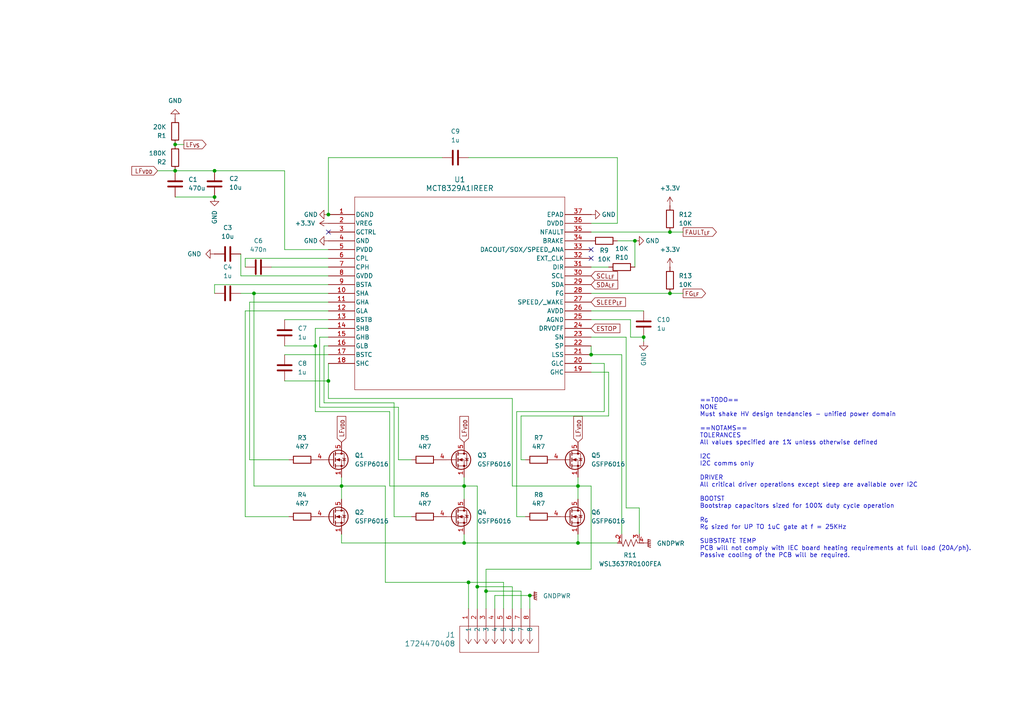
<source format=kicad_sch>
(kicad_sch
	(version 20231120)
	(generator "eeschema")
	(generator_version "8.0")
	(uuid "07ce0327-e43b-4077-9273-c62c42d5bb90")
	(paper "A4")
	(title_block
		(title "MQ Rover Controller")
		(date "2024-12-23")
		(rev "A")
		(company "Sierra Engineering Design")
		(comment 1 "Rev. A Initial release")
	)
	(lib_symbols
		(symbol "1724470408:1724470408"
			(pin_names
				(offset 0.254)
			)
			(exclude_from_sim no)
			(in_bom yes)
			(on_board yes)
			(property "Reference" "J"
				(at 8.89 6.35 0)
				(effects
					(font
						(size 1.524 1.524)
					)
				)
			)
			(property "Value" "1724470408"
				(at 0 0 0)
				(effects
					(font
						(size 1.524 1.524)
					)
				)
			)
			(property "Footprint" "CONN08_1724470408_MOL"
				(at 0 0 0)
				(effects
					(font
						(size 1.27 1.27)
						(italic yes)
					)
					(hide yes)
				)
			)
			(property "Datasheet" "1724470408"
				(at 0 0 0)
				(effects
					(font
						(size 1.27 1.27)
						(italic yes)
					)
					(hide yes)
				)
			)
			(property "Description" ""
				(at 0 0 0)
				(effects
					(font
						(size 1.27 1.27)
					)
					(hide yes)
				)
			)
			(property "ki_locked" ""
				(at 0 0 0)
				(effects
					(font
						(size 1.27 1.27)
					)
				)
			)
			(property "ki_keywords" "1724470408"
				(at 0 0 0)
				(effects
					(font
						(size 1.27 1.27)
					)
					(hide yes)
				)
			)
			(property "ki_fp_filters" "CONN08_1724470408_MOL"
				(at 0 0 0)
				(effects
					(font
						(size 1.27 1.27)
					)
					(hide yes)
				)
			)
			(symbol "1724470408_1_1"
				(polyline
					(pts
						(xy 5.08 -20.32) (xy 12.7 -20.32)
					)
					(stroke
						(width 0.127)
						(type default)
					)
					(fill
						(type none)
					)
				)
				(polyline
					(pts
						(xy 5.08 2.54) (xy 5.08 -20.32)
					)
					(stroke
						(width 0.127)
						(type default)
					)
					(fill
						(type none)
					)
				)
				(polyline
					(pts
						(xy 10.16 -17.78) (xy 5.08 -17.78)
					)
					(stroke
						(width 0.127)
						(type default)
					)
					(fill
						(type none)
					)
				)
				(polyline
					(pts
						(xy 10.16 -17.78) (xy 8.89 -18.6267)
					)
					(stroke
						(width 0.127)
						(type default)
					)
					(fill
						(type none)
					)
				)
				(polyline
					(pts
						(xy 10.16 -17.78) (xy 8.89 -16.9333)
					)
					(stroke
						(width 0.127)
						(type default)
					)
					(fill
						(type none)
					)
				)
				(polyline
					(pts
						(xy 10.16 -15.24) (xy 5.08 -15.24)
					)
					(stroke
						(width 0.127)
						(type default)
					)
					(fill
						(type none)
					)
				)
				(polyline
					(pts
						(xy 10.16 -15.24) (xy 8.89 -16.0867)
					)
					(stroke
						(width 0.127)
						(type default)
					)
					(fill
						(type none)
					)
				)
				(polyline
					(pts
						(xy 10.16 -15.24) (xy 8.89 -14.3933)
					)
					(stroke
						(width 0.127)
						(type default)
					)
					(fill
						(type none)
					)
				)
				(polyline
					(pts
						(xy 10.16 -12.7) (xy 5.08 -12.7)
					)
					(stroke
						(width 0.127)
						(type default)
					)
					(fill
						(type none)
					)
				)
				(polyline
					(pts
						(xy 10.16 -12.7) (xy 8.89 -13.5467)
					)
					(stroke
						(width 0.127)
						(type default)
					)
					(fill
						(type none)
					)
				)
				(polyline
					(pts
						(xy 10.16 -12.7) (xy 8.89 -11.8533)
					)
					(stroke
						(width 0.127)
						(type default)
					)
					(fill
						(type none)
					)
				)
				(polyline
					(pts
						(xy 10.16 -10.16) (xy 5.08 -10.16)
					)
					(stroke
						(width 0.127)
						(type default)
					)
					(fill
						(type none)
					)
				)
				(polyline
					(pts
						(xy 10.16 -10.16) (xy 8.89 -11.0067)
					)
					(stroke
						(width 0.127)
						(type default)
					)
					(fill
						(type none)
					)
				)
				(polyline
					(pts
						(xy 10.16 -10.16) (xy 8.89 -9.3133)
					)
					(stroke
						(width 0.127)
						(type default)
					)
					(fill
						(type none)
					)
				)
				(polyline
					(pts
						(xy 10.16 -7.62) (xy 5.08 -7.62)
					)
					(stroke
						(width 0.127)
						(type default)
					)
					(fill
						(type none)
					)
				)
				(polyline
					(pts
						(xy 10.16 -7.62) (xy 8.89 -8.4667)
					)
					(stroke
						(width 0.127)
						(type default)
					)
					(fill
						(type none)
					)
				)
				(polyline
					(pts
						(xy 10.16 -7.62) (xy 8.89 -6.7733)
					)
					(stroke
						(width 0.127)
						(type default)
					)
					(fill
						(type none)
					)
				)
				(polyline
					(pts
						(xy 10.16 -5.08) (xy 5.08 -5.08)
					)
					(stroke
						(width 0.127)
						(type default)
					)
					(fill
						(type none)
					)
				)
				(polyline
					(pts
						(xy 10.16 -5.08) (xy 8.89 -5.9267)
					)
					(stroke
						(width 0.127)
						(type default)
					)
					(fill
						(type none)
					)
				)
				(polyline
					(pts
						(xy 10.16 -5.08) (xy 8.89 -4.2333)
					)
					(stroke
						(width 0.127)
						(type default)
					)
					(fill
						(type none)
					)
				)
				(polyline
					(pts
						(xy 10.16 -2.54) (xy 5.08 -2.54)
					)
					(stroke
						(width 0.127)
						(type default)
					)
					(fill
						(type none)
					)
				)
				(polyline
					(pts
						(xy 10.16 -2.54) (xy 8.89 -3.3867)
					)
					(stroke
						(width 0.127)
						(type default)
					)
					(fill
						(type none)
					)
				)
				(polyline
					(pts
						(xy 10.16 -2.54) (xy 8.89 -1.6933)
					)
					(stroke
						(width 0.127)
						(type default)
					)
					(fill
						(type none)
					)
				)
				(polyline
					(pts
						(xy 10.16 0) (xy 5.08 0)
					)
					(stroke
						(width 0.127)
						(type default)
					)
					(fill
						(type none)
					)
				)
				(polyline
					(pts
						(xy 10.16 0) (xy 8.89 -0.8467)
					)
					(stroke
						(width 0.127)
						(type default)
					)
					(fill
						(type none)
					)
				)
				(polyline
					(pts
						(xy 10.16 0) (xy 8.89 0.8467)
					)
					(stroke
						(width 0.127)
						(type default)
					)
					(fill
						(type none)
					)
				)
				(polyline
					(pts
						(xy 12.7 -20.32) (xy 12.7 2.54)
					)
					(stroke
						(width 0.127)
						(type default)
					)
					(fill
						(type none)
					)
				)
				(polyline
					(pts
						(xy 12.7 2.54) (xy 5.08 2.54)
					)
					(stroke
						(width 0.127)
						(type default)
					)
					(fill
						(type none)
					)
				)
				(pin unspecified line
					(at 0 0 0)
					(length 5.08)
					(name "1"
						(effects
							(font
								(size 1.27 1.27)
							)
						)
					)
					(number "1"
						(effects
							(font
								(size 1.27 1.27)
							)
						)
					)
				)
				(pin unspecified line
					(at 0 -2.54 0)
					(length 5.08)
					(name "2"
						(effects
							(font
								(size 1.27 1.27)
							)
						)
					)
					(number "2"
						(effects
							(font
								(size 1.27 1.27)
							)
						)
					)
				)
				(pin unspecified line
					(at 0 -5.08 0)
					(length 5.08)
					(name "3"
						(effects
							(font
								(size 1.27 1.27)
							)
						)
					)
					(number "3"
						(effects
							(font
								(size 1.27 1.27)
							)
						)
					)
				)
				(pin unspecified line
					(at 0 -7.62 0)
					(length 5.08)
					(name "4"
						(effects
							(font
								(size 1.27 1.27)
							)
						)
					)
					(number "4"
						(effects
							(font
								(size 1.27 1.27)
							)
						)
					)
				)
				(pin unspecified line
					(at 0 -10.16 0)
					(length 5.08)
					(name "5"
						(effects
							(font
								(size 1.27 1.27)
							)
						)
					)
					(number "5"
						(effects
							(font
								(size 1.27 1.27)
							)
						)
					)
				)
				(pin unspecified line
					(at 0 -12.7 0)
					(length 5.08)
					(name "6"
						(effects
							(font
								(size 1.27 1.27)
							)
						)
					)
					(number "6"
						(effects
							(font
								(size 1.27 1.27)
							)
						)
					)
				)
				(pin unspecified line
					(at 0 -15.24 0)
					(length 5.08)
					(name "7"
						(effects
							(font
								(size 1.27 1.27)
							)
						)
					)
					(number "7"
						(effects
							(font
								(size 1.27 1.27)
							)
						)
					)
				)
				(pin unspecified line
					(at 0 -17.78 0)
					(length 5.08)
					(name "8"
						(effects
							(font
								(size 1.27 1.27)
							)
						)
					)
					(number "8"
						(effects
							(font
								(size 1.27 1.27)
							)
						)
					)
				)
			)
			(symbol "1724470408_1_2"
				(polyline
					(pts
						(xy 5.08 -20.32) (xy 12.7 -20.32)
					)
					(stroke
						(width 0.127)
						(type default)
					)
					(fill
						(type none)
					)
				)
				(polyline
					(pts
						(xy 5.08 2.54) (xy 5.08 -20.32)
					)
					(stroke
						(width 0.127)
						(type default)
					)
					(fill
						(type none)
					)
				)
				(polyline
					(pts
						(xy 7.62 -17.78) (xy 5.08 -17.78)
					)
					(stroke
						(width 0.127)
						(type default)
					)
					(fill
						(type none)
					)
				)
				(polyline
					(pts
						(xy 7.62 -17.78) (xy 8.89 -18.6267)
					)
					(stroke
						(width 0.127)
						(type default)
					)
					(fill
						(type none)
					)
				)
				(polyline
					(pts
						(xy 7.62 -17.78) (xy 8.89 -16.9333)
					)
					(stroke
						(width 0.127)
						(type default)
					)
					(fill
						(type none)
					)
				)
				(polyline
					(pts
						(xy 7.62 -15.24) (xy 5.08 -15.24)
					)
					(stroke
						(width 0.127)
						(type default)
					)
					(fill
						(type none)
					)
				)
				(polyline
					(pts
						(xy 7.62 -15.24) (xy 8.89 -16.0867)
					)
					(stroke
						(width 0.127)
						(type default)
					)
					(fill
						(type none)
					)
				)
				(polyline
					(pts
						(xy 7.62 -15.24) (xy 8.89 -14.3933)
					)
					(stroke
						(width 0.127)
						(type default)
					)
					(fill
						(type none)
					)
				)
				(polyline
					(pts
						(xy 7.62 -12.7) (xy 5.08 -12.7)
					)
					(stroke
						(width 0.127)
						(type default)
					)
					(fill
						(type none)
					)
				)
				(polyline
					(pts
						(xy 7.62 -12.7) (xy 8.89 -13.5467)
					)
					(stroke
						(width 0.127)
						(type default)
					)
					(fill
						(type none)
					)
				)
				(polyline
					(pts
						(xy 7.62 -12.7) (xy 8.89 -11.8533)
					)
					(stroke
						(width 0.127)
						(type default)
					)
					(fill
						(type none)
					)
				)
				(polyline
					(pts
						(xy 7.62 -10.16) (xy 5.08 -10.16)
					)
					(stroke
						(width 0.127)
						(type default)
					)
					(fill
						(type none)
					)
				)
				(polyline
					(pts
						(xy 7.62 -10.16) (xy 8.89 -11.0067)
					)
					(stroke
						(width 0.127)
						(type default)
					)
					(fill
						(type none)
					)
				)
				(polyline
					(pts
						(xy 7.62 -10.16) (xy 8.89 -9.3133)
					)
					(stroke
						(width 0.127)
						(type default)
					)
					(fill
						(type none)
					)
				)
				(polyline
					(pts
						(xy 7.62 -7.62) (xy 5.08 -7.62)
					)
					(stroke
						(width 0.127)
						(type default)
					)
					(fill
						(type none)
					)
				)
				(polyline
					(pts
						(xy 7.62 -7.62) (xy 8.89 -8.4667)
					)
					(stroke
						(width 0.127)
						(type default)
					)
					(fill
						(type none)
					)
				)
				(polyline
					(pts
						(xy 7.62 -7.62) (xy 8.89 -6.7733)
					)
					(stroke
						(width 0.127)
						(type default)
					)
					(fill
						(type none)
					)
				)
				(polyline
					(pts
						(xy 7.62 -5.08) (xy 5.08 -5.08)
					)
					(stroke
						(width 0.127)
						(type default)
					)
					(fill
						(type none)
					)
				)
				(polyline
					(pts
						(xy 7.62 -5.08) (xy 8.89 -5.9267)
					)
					(stroke
						(width 0.127)
						(type default)
					)
					(fill
						(type none)
					)
				)
				(polyline
					(pts
						(xy 7.62 -5.08) (xy 8.89 -4.2333)
					)
					(stroke
						(width 0.127)
						(type default)
					)
					(fill
						(type none)
					)
				)
				(polyline
					(pts
						(xy 7.62 -2.54) (xy 5.08 -2.54)
					)
					(stroke
						(width 0.127)
						(type default)
					)
					(fill
						(type none)
					)
				)
				(polyline
					(pts
						(xy 7.62 -2.54) (xy 8.89 -3.3867)
					)
					(stroke
						(width 0.127)
						(type default)
					)
					(fill
						(type none)
					)
				)
				(polyline
					(pts
						(xy 7.62 -2.54) (xy 8.89 -1.6933)
					)
					(stroke
						(width 0.127)
						(type default)
					)
					(fill
						(type none)
					)
				)
				(polyline
					(pts
						(xy 7.62 0) (xy 5.08 0)
					)
					(stroke
						(width 0.127)
						(type default)
					)
					(fill
						(type none)
					)
				)
				(polyline
					(pts
						(xy 7.62 0) (xy 8.89 -0.8467)
					)
					(stroke
						(width 0.127)
						(type default)
					)
					(fill
						(type none)
					)
				)
				(polyline
					(pts
						(xy 7.62 0) (xy 8.89 0.8467)
					)
					(stroke
						(width 0.127)
						(type default)
					)
					(fill
						(type none)
					)
				)
				(polyline
					(pts
						(xy 12.7 -20.32) (xy 12.7 2.54)
					)
					(stroke
						(width 0.127)
						(type default)
					)
					(fill
						(type none)
					)
				)
				(polyline
					(pts
						(xy 12.7 2.54) (xy 5.08 2.54)
					)
					(stroke
						(width 0.127)
						(type default)
					)
					(fill
						(type none)
					)
				)
				(pin unspecified line
					(at 0 0 0)
					(length 5.08)
					(name "1"
						(effects
							(font
								(size 1.27 1.27)
							)
						)
					)
					(number "1"
						(effects
							(font
								(size 1.27 1.27)
							)
						)
					)
				)
				(pin unspecified line
					(at 0 -2.54 0)
					(length 5.08)
					(name "2"
						(effects
							(font
								(size 1.27 1.27)
							)
						)
					)
					(number "2"
						(effects
							(font
								(size 1.27 1.27)
							)
						)
					)
				)
				(pin unspecified line
					(at 0 -5.08 0)
					(length 5.08)
					(name "3"
						(effects
							(font
								(size 1.27 1.27)
							)
						)
					)
					(number "3"
						(effects
							(font
								(size 1.27 1.27)
							)
						)
					)
				)
				(pin unspecified line
					(at 0 -7.62 0)
					(length 5.08)
					(name "4"
						(effects
							(font
								(size 1.27 1.27)
							)
						)
					)
					(number "4"
						(effects
							(font
								(size 1.27 1.27)
							)
						)
					)
				)
				(pin unspecified line
					(at 0 -10.16 0)
					(length 5.08)
					(name "5"
						(effects
							(font
								(size 1.27 1.27)
							)
						)
					)
					(number "5"
						(effects
							(font
								(size 1.27 1.27)
							)
						)
					)
				)
				(pin unspecified line
					(at 0 -12.7 0)
					(length 5.08)
					(name "6"
						(effects
							(font
								(size 1.27 1.27)
							)
						)
					)
					(number "6"
						(effects
							(font
								(size 1.27 1.27)
							)
						)
					)
				)
				(pin unspecified line
					(at 0 -15.24 0)
					(length 5.08)
					(name "7"
						(effects
							(font
								(size 1.27 1.27)
							)
						)
					)
					(number "7"
						(effects
							(font
								(size 1.27 1.27)
							)
						)
					)
				)
				(pin unspecified line
					(at 0 -17.78 0)
					(length 5.08)
					(name "8"
						(effects
							(font
								(size 1.27 1.27)
							)
						)
					)
					(number "8"
						(effects
							(font
								(size 1.27 1.27)
							)
						)
					)
				)
			)
		)
		(symbol "Device:C"
			(pin_numbers hide)
			(pin_names
				(offset 0.254)
			)
			(exclude_from_sim no)
			(in_bom yes)
			(on_board yes)
			(property "Reference" "C"
				(at 0.635 2.54 0)
				(effects
					(font
						(size 1.27 1.27)
					)
					(justify left)
				)
			)
			(property "Value" "C"
				(at 0.635 -2.54 0)
				(effects
					(font
						(size 1.27 1.27)
					)
					(justify left)
				)
			)
			(property "Footprint" ""
				(at 0.9652 -3.81 0)
				(effects
					(font
						(size 1.27 1.27)
					)
					(hide yes)
				)
			)
			(property "Datasheet" "~"
				(at 0 0 0)
				(effects
					(font
						(size 1.27 1.27)
					)
					(hide yes)
				)
			)
			(property "Description" "Unpolarized capacitor"
				(at 0 0 0)
				(effects
					(font
						(size 1.27 1.27)
					)
					(hide yes)
				)
			)
			(property "ki_keywords" "cap capacitor"
				(at 0 0 0)
				(effects
					(font
						(size 1.27 1.27)
					)
					(hide yes)
				)
			)
			(property "ki_fp_filters" "C_*"
				(at 0 0 0)
				(effects
					(font
						(size 1.27 1.27)
					)
					(hide yes)
				)
			)
			(symbol "C_0_1"
				(polyline
					(pts
						(xy -2.032 -0.762) (xy 2.032 -0.762)
					)
					(stroke
						(width 0.508)
						(type default)
					)
					(fill
						(type none)
					)
				)
				(polyline
					(pts
						(xy -2.032 0.762) (xy 2.032 0.762)
					)
					(stroke
						(width 0.508)
						(type default)
					)
					(fill
						(type none)
					)
				)
			)
			(symbol "C_1_1"
				(pin passive line
					(at 0 3.81 270)
					(length 2.794)
					(name "~"
						(effects
							(font
								(size 1.27 1.27)
							)
						)
					)
					(number "1"
						(effects
							(font
								(size 1.27 1.27)
							)
						)
					)
				)
				(pin passive line
					(at 0 -3.81 90)
					(length 2.794)
					(name "~"
						(effects
							(font
								(size 1.27 1.27)
							)
						)
					)
					(number "2"
						(effects
							(font
								(size 1.27 1.27)
							)
						)
					)
				)
			)
		)
		(symbol "Device:R"
			(pin_numbers hide)
			(pin_names
				(offset 0)
			)
			(exclude_from_sim no)
			(in_bom yes)
			(on_board yes)
			(property "Reference" "R"
				(at 2.032 0 90)
				(effects
					(font
						(size 1.27 1.27)
					)
				)
			)
			(property "Value" "R"
				(at 0 0 90)
				(effects
					(font
						(size 1.27 1.27)
					)
				)
			)
			(property "Footprint" ""
				(at -1.778 0 90)
				(effects
					(font
						(size 1.27 1.27)
					)
					(hide yes)
				)
			)
			(property "Datasheet" "~"
				(at 0 0 0)
				(effects
					(font
						(size 1.27 1.27)
					)
					(hide yes)
				)
			)
			(property "Description" "Resistor"
				(at 0 0 0)
				(effects
					(font
						(size 1.27 1.27)
					)
					(hide yes)
				)
			)
			(property "ki_keywords" "R res resistor"
				(at 0 0 0)
				(effects
					(font
						(size 1.27 1.27)
					)
					(hide yes)
				)
			)
			(property "ki_fp_filters" "R_*"
				(at 0 0 0)
				(effects
					(font
						(size 1.27 1.27)
					)
					(hide yes)
				)
			)
			(symbol "R_0_1"
				(rectangle
					(start -1.016 -2.54)
					(end 1.016 2.54)
					(stroke
						(width 0.254)
						(type default)
					)
					(fill
						(type none)
					)
				)
			)
			(symbol "R_1_1"
				(pin passive line
					(at 0 3.81 270)
					(length 1.27)
					(name "~"
						(effects
							(font
								(size 1.27 1.27)
							)
						)
					)
					(number "1"
						(effects
							(font
								(size 1.27 1.27)
							)
						)
					)
				)
				(pin passive line
					(at 0 -3.81 90)
					(length 1.27)
					(name "~"
						(effects
							(font
								(size 1.27 1.27)
							)
						)
					)
					(number "2"
						(effects
							(font
								(size 1.27 1.27)
							)
						)
					)
				)
			)
		)
		(symbol "MCT8329:MCT8329A1IREER"
			(pin_names
				(offset 0.254)
			)
			(exclude_from_sim no)
			(in_bom yes)
			(on_board yes)
			(property "Reference" "U"
				(at 38.1 10.16 0)
				(effects
					(font
						(size 1.524 1.524)
					)
				)
			)
			(property "Value" "MCT8329A1IREER"
				(at 38.1 7.62 0)
				(effects
					(font
						(size 1.524 1.524)
					)
				)
			)
			(property "Footprint" "WQFN36_REE_TEX"
				(at 0 0 0)
				(effects
					(font
						(size 1.27 1.27)
						(italic yes)
					)
					(hide yes)
				)
			)
			(property "Datasheet" "MCT8329A1IREER"
				(at 0 0 0)
				(effects
					(font
						(size 1.27 1.27)
						(italic yes)
					)
					(hide yes)
				)
			)
			(property "Description" ""
				(at 0 0 0)
				(effects
					(font
						(size 1.27 1.27)
					)
					(hide yes)
				)
			)
			(property "ki_locked" ""
				(at 0 0 0)
				(effects
					(font
						(size 1.27 1.27)
					)
				)
			)
			(property "ki_keywords" "MCT8329A1IREER"
				(at 0 0 0)
				(effects
					(font
						(size 1.27 1.27)
					)
					(hide yes)
				)
			)
			(property "ki_fp_filters" "WQFN36_REE_TEX WQFN36_REE_TEX-M WQFN36_REE_TEX-L"
				(at 0 0 0)
				(effects
					(font
						(size 1.27 1.27)
					)
					(hide yes)
				)
			)
			(symbol "MCT8329A1IREER_0_1"
				(polyline
					(pts
						(xy 7.62 -50.8) (xy 68.58 -50.8)
					)
					(stroke
						(width 0.127)
						(type default)
					)
					(fill
						(type none)
					)
				)
				(polyline
					(pts
						(xy 7.62 5.08) (xy 7.62 -50.8)
					)
					(stroke
						(width 0.127)
						(type default)
					)
					(fill
						(type none)
					)
				)
				(polyline
					(pts
						(xy 68.58 -50.8) (xy 68.58 5.08)
					)
					(stroke
						(width 0.127)
						(type default)
					)
					(fill
						(type none)
					)
				)
				(polyline
					(pts
						(xy 68.58 5.08) (xy 7.62 5.08)
					)
					(stroke
						(width 0.127)
						(type default)
					)
					(fill
						(type none)
					)
				)
				(pin power_out line
					(at 0 0 0)
					(length 7.62)
					(name "DGND"
						(effects
							(font
								(size 1.27 1.27)
							)
						)
					)
					(number "1"
						(effects
							(font
								(size 1.27 1.27)
							)
						)
					)
				)
				(pin bidirectional line
					(at 0 -22.86 0)
					(length 7.62)
					(name "SHA"
						(effects
							(font
								(size 1.27 1.27)
							)
						)
					)
					(number "10"
						(effects
							(font
								(size 1.27 1.27)
							)
						)
					)
				)
				(pin output line
					(at 0 -25.4 0)
					(length 7.62)
					(name "GHA"
						(effects
							(font
								(size 1.27 1.27)
							)
						)
					)
					(number "11"
						(effects
							(font
								(size 1.27 1.27)
							)
						)
					)
				)
				(pin output line
					(at 0 -27.94 0)
					(length 7.62)
					(name "GLA"
						(effects
							(font
								(size 1.27 1.27)
							)
						)
					)
					(number "12"
						(effects
							(font
								(size 1.27 1.27)
							)
						)
					)
				)
				(pin output line
					(at 0 -30.48 0)
					(length 7.62)
					(name "BSTB"
						(effects
							(font
								(size 1.27 1.27)
							)
						)
					)
					(number "13"
						(effects
							(font
								(size 1.27 1.27)
							)
						)
					)
				)
				(pin bidirectional line
					(at 0 -33.02 0)
					(length 7.62)
					(name "SHB"
						(effects
							(font
								(size 1.27 1.27)
							)
						)
					)
					(number "14"
						(effects
							(font
								(size 1.27 1.27)
							)
						)
					)
				)
				(pin output line
					(at 0 -35.56 0)
					(length 7.62)
					(name "GHB"
						(effects
							(font
								(size 1.27 1.27)
							)
						)
					)
					(number "15"
						(effects
							(font
								(size 1.27 1.27)
							)
						)
					)
				)
				(pin output line
					(at 0 -38.1 0)
					(length 7.62)
					(name "GLB"
						(effects
							(font
								(size 1.27 1.27)
							)
						)
					)
					(number "16"
						(effects
							(font
								(size 1.27 1.27)
							)
						)
					)
				)
				(pin output line
					(at 0 -40.64 0)
					(length 7.62)
					(name "BSTC"
						(effects
							(font
								(size 1.27 1.27)
							)
						)
					)
					(number "17"
						(effects
							(font
								(size 1.27 1.27)
							)
						)
					)
				)
				(pin bidirectional line
					(at 0 -43.18 0)
					(length 7.62)
					(name "SHC"
						(effects
							(font
								(size 1.27 1.27)
							)
						)
					)
					(number "18"
						(effects
							(font
								(size 1.27 1.27)
							)
						)
					)
				)
				(pin output line
					(at 76.2 -45.72 180)
					(length 7.62)
					(name "GHC"
						(effects
							(font
								(size 1.27 1.27)
							)
						)
					)
					(number "19"
						(effects
							(font
								(size 1.27 1.27)
							)
						)
					)
				)
				(pin power_in line
					(at 0 -2.54 0)
					(length 7.62)
					(name "VREG"
						(effects
							(font
								(size 1.27 1.27)
							)
						)
					)
					(number "2"
						(effects
							(font
								(size 1.27 1.27)
							)
						)
					)
				)
				(pin output line
					(at 76.2 -43.18 180)
					(length 7.62)
					(name "GLC"
						(effects
							(font
								(size 1.27 1.27)
							)
						)
					)
					(number "20"
						(effects
							(font
								(size 1.27 1.27)
							)
						)
					)
				)
				(pin power_in line
					(at 76.2 -40.64 180)
					(length 7.62)
					(name "LSS"
						(effects
							(font
								(size 1.27 1.27)
							)
						)
					)
					(number "21"
						(effects
							(font
								(size 1.27 1.27)
							)
						)
					)
				)
				(pin input line
					(at 76.2 -38.1 180)
					(length 7.62)
					(name "SP"
						(effects
							(font
								(size 1.27 1.27)
							)
						)
					)
					(number "22"
						(effects
							(font
								(size 1.27 1.27)
							)
						)
					)
				)
				(pin input line
					(at 76.2 -35.56 180)
					(length 7.62)
					(name "SN"
						(effects
							(font
								(size 1.27 1.27)
							)
						)
					)
					(number "23"
						(effects
							(font
								(size 1.27 1.27)
							)
						)
					)
				)
				(pin input line
					(at 76.2 -33.02 180)
					(length 7.62)
					(name "DRVOFF"
						(effects
							(font
								(size 1.27 1.27)
							)
						)
					)
					(number "24"
						(effects
							(font
								(size 1.27 1.27)
							)
						)
					)
				)
				(pin power_out line
					(at 76.2 -30.48 180)
					(length 7.62)
					(name "AGND"
						(effects
							(font
								(size 1.27 1.27)
							)
						)
					)
					(number "25"
						(effects
							(font
								(size 1.27 1.27)
							)
						)
					)
				)
				(pin power_in line
					(at 76.2 -27.94 180)
					(length 7.62)
					(name "AVDD"
						(effects
							(font
								(size 1.27 1.27)
							)
						)
					)
					(number "26"
						(effects
							(font
								(size 1.27 1.27)
							)
						)
					)
				)
				(pin input line
					(at 76.2 -25.4 180)
					(length 7.62)
					(name "SPEED/_WAKE"
						(effects
							(font
								(size 1.27 1.27)
							)
						)
					)
					(number "27"
						(effects
							(font
								(size 1.27 1.27)
							)
						)
					)
				)
				(pin output line
					(at 76.2 -22.86 180)
					(length 7.62)
					(name "FG"
						(effects
							(font
								(size 1.27 1.27)
							)
						)
					)
					(number "28"
						(effects
							(font
								(size 1.27 1.27)
							)
						)
					)
				)
				(pin bidirectional line
					(at 76.2 -20.32 180)
					(length 7.62)
					(name "SDA"
						(effects
							(font
								(size 1.27 1.27)
							)
						)
					)
					(number "29"
						(effects
							(font
								(size 1.27 1.27)
							)
						)
					)
				)
				(pin output line
					(at 0 -5.08 0)
					(length 7.62)
					(name "GCTRL"
						(effects
							(font
								(size 1.27 1.27)
							)
						)
					)
					(number "3"
						(effects
							(font
								(size 1.27 1.27)
							)
						)
					)
				)
				(pin input line
					(at 76.2 -17.78 180)
					(length 7.62)
					(name "SCL"
						(effects
							(font
								(size 1.27 1.27)
							)
						)
					)
					(number "30"
						(effects
							(font
								(size 1.27 1.27)
							)
						)
					)
				)
				(pin input line
					(at 76.2 -15.24 180)
					(length 7.62)
					(name "DIR"
						(effects
							(font
								(size 1.27 1.27)
							)
						)
					)
					(number "31"
						(effects
							(font
								(size 1.27 1.27)
							)
						)
					)
				)
				(pin input line
					(at 76.2 -12.7 180)
					(length 7.62)
					(name "EXT_CLK"
						(effects
							(font
								(size 1.27 1.27)
							)
						)
					)
					(number "32"
						(effects
							(font
								(size 1.27 1.27)
							)
						)
					)
				)
				(pin bidirectional line
					(at 76.2 -10.16 180)
					(length 7.62)
					(name "DACOUT/SOX/SPEED_ANA"
						(effects
							(font
								(size 1.27 1.27)
							)
						)
					)
					(number "33"
						(effects
							(font
								(size 1.27 1.27)
							)
						)
					)
				)
				(pin input line
					(at 76.2 -7.62 180)
					(length 7.62)
					(name "BRAKE"
						(effects
							(font
								(size 1.27 1.27)
							)
						)
					)
					(number "34"
						(effects
							(font
								(size 1.27 1.27)
							)
						)
					)
				)
				(pin output line
					(at 76.2 -5.08 180)
					(length 7.62)
					(name "NFAULT"
						(effects
							(font
								(size 1.27 1.27)
							)
						)
					)
					(number "35"
						(effects
							(font
								(size 1.27 1.27)
							)
						)
					)
				)
				(pin power_in line
					(at 76.2 -2.54 180)
					(length 7.62)
					(name "DVDD"
						(effects
							(font
								(size 1.27 1.27)
							)
						)
					)
					(number "36"
						(effects
							(font
								(size 1.27 1.27)
							)
						)
					)
				)
				(pin power_out line
					(at 76.2 0 180)
					(length 7.62)
					(name "EPAD"
						(effects
							(font
								(size 1.27 1.27)
							)
						)
					)
					(number "37"
						(effects
							(font
								(size 1.27 1.27)
							)
						)
					)
				)
				(pin power_out line
					(at 0 -7.62 0)
					(length 7.62)
					(name "GND"
						(effects
							(font
								(size 1.27 1.27)
							)
						)
					)
					(number "4"
						(effects
							(font
								(size 1.27 1.27)
							)
						)
					)
				)
				(pin power_in line
					(at 0 -10.16 0)
					(length 7.62)
					(name "PVDD"
						(effects
							(font
								(size 1.27 1.27)
							)
						)
					)
					(number "5"
						(effects
							(font
								(size 1.27 1.27)
							)
						)
					)
				)
				(pin power_in line
					(at 0 -12.7 0)
					(length 7.62)
					(name "CPL"
						(effects
							(font
								(size 1.27 1.27)
							)
						)
					)
					(number "6"
						(effects
							(font
								(size 1.27 1.27)
							)
						)
					)
				)
				(pin power_in line
					(at 0 -15.24 0)
					(length 7.62)
					(name "CPH"
						(effects
							(font
								(size 1.27 1.27)
							)
						)
					)
					(number "7"
						(effects
							(font
								(size 1.27 1.27)
							)
						)
					)
				)
				(pin power_in line
					(at 0 -17.78 0)
					(length 7.62)
					(name "GVDD"
						(effects
							(font
								(size 1.27 1.27)
							)
						)
					)
					(number "8"
						(effects
							(font
								(size 1.27 1.27)
							)
						)
					)
				)
				(pin output line
					(at 0 -20.32 0)
					(length 7.62)
					(name "BSTA"
						(effects
							(font
								(size 1.27 1.27)
							)
						)
					)
					(number "9"
						(effects
							(font
								(size 1.27 1.27)
							)
						)
					)
				)
			)
		)
		(symbol "Transistor_FET:SiR696DP"
			(pin_names hide)
			(exclude_from_sim no)
			(in_bom yes)
			(on_board yes)
			(property "Reference" "Q"
				(at 5.08 1.905 0)
				(effects
					(font
						(size 1.27 1.27)
					)
					(justify left)
				)
			)
			(property "Value" "SiR696DP"
				(at 5.08 0 0)
				(effects
					(font
						(size 1.27 1.27)
					)
					(justify left)
				)
			)
			(property "Footprint" "Package_SO:PowerPAK_SO-8_Single"
				(at 5.08 -1.905 0)
				(effects
					(font
						(size 1.27 1.27)
						(italic yes)
					)
					(justify left)
					(hide yes)
				)
			)
			(property "Datasheet" "https://www.vishay.com/docs/65689/sir696dp.pdf"
				(at 5.08 -3.81 0)
				(effects
					(font
						(size 1.27 1.27)
					)
					(justify left)
					(hide yes)
				)
			)
			(property "Description" "60A Id, 125V Vds N-Channel MOSFET, 9.6mOhm Ron, 19.4 nC Qg(typ), PowerPAK-8"
				(at 0 0 0)
				(effects
					(font
						(size 1.27 1.27)
					)
					(hide yes)
				)
			)
			(property "ki_keywords" "NMOS NFET Vishay"
				(at 0 0 0)
				(effects
					(font
						(size 1.27 1.27)
					)
					(hide yes)
				)
			)
			(property "ki_fp_filters" "PowerPAK*SO*Single*"
				(at 0 0 0)
				(effects
					(font
						(size 1.27 1.27)
					)
					(hide yes)
				)
			)
			(symbol "SiR696DP_0_1"
				(polyline
					(pts
						(xy 0.254 0) (xy -2.54 0)
					)
					(stroke
						(width 0)
						(type default)
					)
					(fill
						(type none)
					)
				)
				(polyline
					(pts
						(xy 0.254 1.905) (xy 0.254 -1.905)
					)
					(stroke
						(width 0.254)
						(type default)
					)
					(fill
						(type none)
					)
				)
				(polyline
					(pts
						(xy 0.762 -1.27) (xy 0.762 -2.286)
					)
					(stroke
						(width 0.254)
						(type default)
					)
					(fill
						(type none)
					)
				)
				(polyline
					(pts
						(xy 0.762 0.508) (xy 0.762 -0.508)
					)
					(stroke
						(width 0.254)
						(type default)
					)
					(fill
						(type none)
					)
				)
				(polyline
					(pts
						(xy 0.762 2.286) (xy 0.762 1.27)
					)
					(stroke
						(width 0.254)
						(type default)
					)
					(fill
						(type none)
					)
				)
				(polyline
					(pts
						(xy 2.54 2.54) (xy 2.54 1.778)
					)
					(stroke
						(width 0)
						(type default)
					)
					(fill
						(type none)
					)
				)
				(polyline
					(pts
						(xy 2.54 -2.54) (xy 2.54 0) (xy 0.762 0)
					)
					(stroke
						(width 0)
						(type default)
					)
					(fill
						(type none)
					)
				)
				(polyline
					(pts
						(xy 0.762 -1.778) (xy 3.302 -1.778) (xy 3.302 1.778) (xy 0.762 1.778)
					)
					(stroke
						(width 0)
						(type default)
					)
					(fill
						(type none)
					)
				)
				(polyline
					(pts
						(xy 1.016 0) (xy 2.032 0.381) (xy 2.032 -0.381) (xy 1.016 0)
					)
					(stroke
						(width 0)
						(type default)
					)
					(fill
						(type outline)
					)
				)
				(polyline
					(pts
						(xy 2.794 0.508) (xy 2.921 0.381) (xy 3.683 0.381) (xy 3.81 0.254)
					)
					(stroke
						(width 0)
						(type default)
					)
					(fill
						(type none)
					)
				)
				(polyline
					(pts
						(xy 3.302 0.381) (xy 2.921 -0.254) (xy 3.683 -0.254) (xy 3.302 0.381)
					)
					(stroke
						(width 0)
						(type default)
					)
					(fill
						(type none)
					)
				)
				(circle
					(center 1.651 0)
					(radius 2.794)
					(stroke
						(width 0.254)
						(type default)
					)
					(fill
						(type none)
					)
				)
				(circle
					(center 2.54 -1.778)
					(radius 0.254)
					(stroke
						(width 0)
						(type default)
					)
					(fill
						(type outline)
					)
				)
				(circle
					(center 2.54 1.778)
					(radius 0.254)
					(stroke
						(width 0)
						(type default)
					)
					(fill
						(type outline)
					)
				)
			)
			(symbol "SiR696DP_1_1"
				(pin passive line
					(at 2.54 -5.08 90)
					(length 2.54)
					(name "S"
						(effects
							(font
								(size 1.27 1.27)
							)
						)
					)
					(number "1"
						(effects
							(font
								(size 1.27 1.27)
							)
						)
					)
				)
				(pin passive line
					(at 2.54 -5.08 90)
					(length 2.54) hide
					(name "S"
						(effects
							(font
								(size 1.27 1.27)
							)
						)
					)
					(number "2"
						(effects
							(font
								(size 1.27 1.27)
							)
						)
					)
				)
				(pin passive line
					(at 2.54 -5.08 90)
					(length 2.54) hide
					(name "S"
						(effects
							(font
								(size 1.27 1.27)
							)
						)
					)
					(number "3"
						(effects
							(font
								(size 1.27 1.27)
							)
						)
					)
				)
				(pin input line
					(at -5.08 0 0)
					(length 2.54)
					(name "G"
						(effects
							(font
								(size 1.27 1.27)
							)
						)
					)
					(number "4"
						(effects
							(font
								(size 1.27 1.27)
							)
						)
					)
				)
				(pin passive line
					(at 2.54 5.08 270)
					(length 2.54)
					(name "D"
						(effects
							(font
								(size 1.27 1.27)
							)
						)
					)
					(number "5"
						(effects
							(font
								(size 1.27 1.27)
							)
						)
					)
				)
			)
		)
		(symbol "WSL3637R0100FEA:WSL3637R0100FEA"
			(pin_names
				(offset 0.254)
			)
			(exclude_from_sim no)
			(in_bom yes)
			(on_board yes)
			(property "Reference" "R"
				(at 0 2.794 0)
				(effects
					(font
						(size 1.27 1.27)
					)
				)
			)
			(property "Value" "WSL3637R0100FEA"
				(at -0.254 4.826 0)
				(effects
					(font
						(size 1.27 1.27)
					)
				)
			)
			(property "Footprint" "WSL3637_VIS"
				(at -20.32 -7.112 0)
				(effects
					(font
						(size 1.27 1.27)
						(italic yes)
					)
					(hide yes)
				)
			)
			(property "Datasheet" "WSL3637R0100FEA"
				(at -20.066 -8.89 0)
				(effects
					(font
						(size 1.27 1.27)
						(italic yes)
					)
					(hide yes)
				)
			)
			(property "Description" ""
				(at -6.35 -2.54 0)
				(effects
					(font
						(size 1.27 1.27)
					)
					(hide yes)
				)
			)
			(property "ki_locked" ""
				(at 0 0 0)
				(effects
					(font
						(size 1.27 1.27)
					)
				)
			)
			(property "ki_keywords" "WSL3637R0100FEA"
				(at 0 0 0)
				(effects
					(font
						(size 1.27 1.27)
					)
					(hide yes)
				)
			)
			(property "ki_fp_filters" "WSL3637_VIS"
				(at 0 0 0)
				(effects
					(font
						(size 1.27 1.27)
					)
					(hide yes)
				)
			)
			(symbol "WSL3637R0100FEA_0_1"
				(polyline
					(pts
						(xy -2.54 0) (xy -2.794 0)
					)
					(stroke
						(width 0)
						(type default)
					)
					(fill
						(type none)
					)
				)
				(polyline
					(pts
						(xy 2.032 0) (xy 2.54 0)
					)
					(stroke
						(width 0)
						(type default)
					)
					(fill
						(type none)
					)
				)
				(polyline
					(pts
						(xy -2.54 0) (xy -2.159 1.016) (xy -1.778 0) (xy -1.397 -1.016) (xy -1.016 0)
					)
					(stroke
						(width 0)
						(type default)
					)
					(fill
						(type none)
					)
				)
				(polyline
					(pts
						(xy -1.016 0) (xy -0.635 1.016) (xy -0.254 0) (xy 0.127 -1.016) (xy 0.508 0)
					)
					(stroke
						(width 0)
						(type default)
					)
					(fill
						(type none)
					)
				)
				(polyline
					(pts
						(xy 0.508 0) (xy 0.889 1.016) (xy 1.27 0) (xy 1.651 -1.016) (xy 2.032 0)
					)
					(stroke
						(width 0)
						(type default)
					)
					(fill
						(type none)
					)
				)
			)
			(symbol "WSL3637R0100FEA_1_1"
				(polyline
					(pts
						(xy -2.54 -1.27) (xy -2.54 0)
					)
					(stroke
						(width 0)
						(type default)
					)
					(fill
						(type none)
					)
				)
				(polyline
					(pts
						(xy 2.54 -1.27) (xy 2.54 0)
					)
					(stroke
						(width 0)
						(type default)
					)
					(fill
						(type none)
					)
				)
				(pin passive line
					(at -3.81 0 0)
					(length 1.27)
					(name "~"
						(effects
							(font
								(size 1.27 1.27)
							)
						)
					)
					(number "1"
						(effects
							(font
								(size 1.27 1.27)
							)
						)
					)
				)
				(pin passive line
					(at -2.54 -2.54 90)
					(length 1.27)
					(name "~"
						(effects
							(font
								(size 1.27 1.27)
							)
						)
					)
					(number "2"
						(effects
							(font
								(size 1.27 1.27)
							)
						)
					)
				)
				(pin passive line
					(at 2.54 -2.54 90)
					(length 1.27)
					(name "~"
						(effects
							(font
								(size 1.27 1.27)
							)
						)
					)
					(number "3"
						(effects
							(font
								(size 1.27 1.27)
							)
						)
					)
				)
				(pin passive line
					(at 3.81 0 180)
					(length 1.27)
					(name "~"
						(effects
							(font
								(size 1.27 1.27)
							)
						)
					)
					(number "4"
						(effects
							(font
								(size 1.27 1.27)
							)
						)
					)
				)
			)
		)
		(symbol "power:+3.3V"
			(power)
			(pin_numbers hide)
			(pin_names
				(offset 0) hide)
			(exclude_from_sim no)
			(in_bom yes)
			(on_board yes)
			(property "Reference" "#PWR"
				(at 0 -3.81 0)
				(effects
					(font
						(size 1.27 1.27)
					)
					(hide yes)
				)
			)
			(property "Value" "+3.3V"
				(at 0 3.556 0)
				(effects
					(font
						(size 1.27 1.27)
					)
				)
			)
			(property "Footprint" ""
				(at 0 0 0)
				(effects
					(font
						(size 1.27 1.27)
					)
					(hide yes)
				)
			)
			(property "Datasheet" ""
				(at 0 0 0)
				(effects
					(font
						(size 1.27 1.27)
					)
					(hide yes)
				)
			)
			(property "Description" "Power symbol creates a global label with name \"+3.3V\""
				(at 0 0 0)
				(effects
					(font
						(size 1.27 1.27)
					)
					(hide yes)
				)
			)
			(property "ki_keywords" "global power"
				(at 0 0 0)
				(effects
					(font
						(size 1.27 1.27)
					)
					(hide yes)
				)
			)
			(symbol "+3.3V_0_1"
				(polyline
					(pts
						(xy -0.762 1.27) (xy 0 2.54)
					)
					(stroke
						(width 0)
						(type default)
					)
					(fill
						(type none)
					)
				)
				(polyline
					(pts
						(xy 0 0) (xy 0 2.54)
					)
					(stroke
						(width 0)
						(type default)
					)
					(fill
						(type none)
					)
				)
				(polyline
					(pts
						(xy 0 2.54) (xy 0.762 1.27)
					)
					(stroke
						(width 0)
						(type default)
					)
					(fill
						(type none)
					)
				)
			)
			(symbol "+3.3V_1_1"
				(pin power_in line
					(at 0 0 90)
					(length 0)
					(name "~"
						(effects
							(font
								(size 1.27 1.27)
							)
						)
					)
					(number "1"
						(effects
							(font
								(size 1.27 1.27)
							)
						)
					)
				)
			)
		)
		(symbol "power:GND"
			(power)
			(pin_numbers hide)
			(pin_names
				(offset 0) hide)
			(exclude_from_sim no)
			(in_bom yes)
			(on_board yes)
			(property "Reference" "#PWR"
				(at 0 -6.35 0)
				(effects
					(font
						(size 1.27 1.27)
					)
					(hide yes)
				)
			)
			(property "Value" "GND"
				(at 0 -3.81 0)
				(effects
					(font
						(size 1.27 1.27)
					)
				)
			)
			(property "Footprint" ""
				(at 0 0 0)
				(effects
					(font
						(size 1.27 1.27)
					)
					(hide yes)
				)
			)
			(property "Datasheet" ""
				(at 0 0 0)
				(effects
					(font
						(size 1.27 1.27)
					)
					(hide yes)
				)
			)
			(property "Description" "Power symbol creates a global label with name \"GND\" , ground"
				(at 0 0 0)
				(effects
					(font
						(size 1.27 1.27)
					)
					(hide yes)
				)
			)
			(property "ki_keywords" "global power"
				(at 0 0 0)
				(effects
					(font
						(size 1.27 1.27)
					)
					(hide yes)
				)
			)
			(symbol "GND_0_1"
				(polyline
					(pts
						(xy 0 0) (xy 0 -1.27) (xy 1.27 -1.27) (xy 0 -2.54) (xy -1.27 -1.27) (xy 0 -1.27)
					)
					(stroke
						(width 0)
						(type default)
					)
					(fill
						(type none)
					)
				)
			)
			(symbol "GND_1_1"
				(pin power_in line
					(at 0 0 270)
					(length 0)
					(name "~"
						(effects
							(font
								(size 1.27 1.27)
							)
						)
					)
					(number "1"
						(effects
							(font
								(size 1.27 1.27)
							)
						)
					)
				)
			)
		)
		(symbol "power:GNDPWR"
			(power)
			(pin_numbers hide)
			(pin_names
				(offset 0) hide)
			(exclude_from_sim no)
			(in_bom yes)
			(on_board yes)
			(property "Reference" "#PWR"
				(at 0 -5.08 0)
				(effects
					(font
						(size 1.27 1.27)
					)
					(hide yes)
				)
			)
			(property "Value" "GNDPWR"
				(at 0 -3.302 0)
				(effects
					(font
						(size 1.27 1.27)
					)
				)
			)
			(property "Footprint" ""
				(at 0 -1.27 0)
				(effects
					(font
						(size 1.27 1.27)
					)
					(hide yes)
				)
			)
			(property "Datasheet" ""
				(at 0 -1.27 0)
				(effects
					(font
						(size 1.27 1.27)
					)
					(hide yes)
				)
			)
			(property "Description" "Power symbol creates a global label with name \"GNDPWR\" , global ground"
				(at 0 0 0)
				(effects
					(font
						(size 1.27 1.27)
					)
					(hide yes)
				)
			)
			(property "ki_keywords" "global ground"
				(at 0 0 0)
				(effects
					(font
						(size 1.27 1.27)
					)
					(hide yes)
				)
			)
			(symbol "GNDPWR_0_1"
				(polyline
					(pts
						(xy 0 -1.27) (xy 0 0)
					)
					(stroke
						(width 0)
						(type default)
					)
					(fill
						(type none)
					)
				)
				(polyline
					(pts
						(xy -1.016 -1.27) (xy -1.27 -2.032) (xy -1.27 -2.032)
					)
					(stroke
						(width 0.2032)
						(type default)
					)
					(fill
						(type none)
					)
				)
				(polyline
					(pts
						(xy -0.508 -1.27) (xy -0.762 -2.032) (xy -0.762 -2.032)
					)
					(stroke
						(width 0.2032)
						(type default)
					)
					(fill
						(type none)
					)
				)
				(polyline
					(pts
						(xy 0 -1.27) (xy -0.254 -2.032) (xy -0.254 -2.032)
					)
					(stroke
						(width 0.2032)
						(type default)
					)
					(fill
						(type none)
					)
				)
				(polyline
					(pts
						(xy 0.508 -1.27) (xy 0.254 -2.032) (xy 0.254 -2.032)
					)
					(stroke
						(width 0.2032)
						(type default)
					)
					(fill
						(type none)
					)
				)
				(polyline
					(pts
						(xy 1.016 -1.27) (xy -1.016 -1.27) (xy -1.016 -1.27)
					)
					(stroke
						(width 0.2032)
						(type default)
					)
					(fill
						(type none)
					)
				)
				(polyline
					(pts
						(xy 1.016 -1.27) (xy 0.762 -2.032) (xy 0.762 -2.032) (xy 0.762 -2.032)
					)
					(stroke
						(width 0.2032)
						(type default)
					)
					(fill
						(type none)
					)
				)
			)
			(symbol "GNDPWR_1_1"
				(pin power_in line
					(at 0 0 270)
					(length 0)
					(name "~"
						(effects
							(font
								(size 1.27 1.27)
							)
						)
					)
					(number "1"
						(effects
							(font
								(size 1.27 1.27)
							)
						)
					)
				)
			)
		)
	)
	(junction
		(at 73.66 85.09)
		(diameter 0)
		(color 0 0 0 0)
		(uuid "09916b05-5413-4fa9-842e-ffecfef538be")
	)
	(junction
		(at 99.06 140.97)
		(diameter 0)
		(color 0 0 0 0)
		(uuid "125cb73b-d4f2-4f0a-8c06-37b80397326a")
	)
	(junction
		(at 140.97 171.45)
		(diameter 0)
		(color 0 0 0 0)
		(uuid "1ecb446f-9d26-41ea-86e8-e681a481a9c0")
	)
	(junction
		(at 95.25 62.23)
		(diameter 0)
		(color 0 0 0 0)
		(uuid "2576a710-a449-44a8-af68-6386903652e0")
	)
	(junction
		(at 167.64 157.48)
		(diameter 0)
		(color 0 0 0 0)
		(uuid "342cac20-ad95-4a09-8c90-d92f80c1d43e")
	)
	(junction
		(at 95.25 110.49)
		(diameter 0)
		(color 0 0 0 0)
		(uuid "34951a87-d55a-4dd0-895c-5693c7bc47e7")
	)
	(junction
		(at 171.45 102.87)
		(diameter 0)
		(color 0 0 0 0)
		(uuid "3bbc2eb6-11d9-4a0e-9ee1-397949383661")
	)
	(junction
		(at 167.64 140.97)
		(diameter 0)
		(color 0 0 0 0)
		(uuid "429a74a6-81a8-477b-b3e2-7291b7945d4e")
	)
	(junction
		(at 50.8 49.53)
		(diameter 0)
		(color 0 0 0 0)
		(uuid "72cedfed-63a6-4ea5-8980-dadac3d2fd73")
	)
	(junction
		(at 135.89 168.91)
		(diameter 0)
		(color 0 0 0 0)
		(uuid "74bb7436-abcd-4d00-a0a9-e40d8a37355d")
	)
	(junction
		(at 50.8 41.91)
		(diameter 0)
		(color 0 0 0 0)
		(uuid "83522b3f-fd84-40a4-bfe8-0491363f14a7")
	)
	(junction
		(at 62.23 57.15)
		(diameter 0)
		(color 0 0 0 0)
		(uuid "93d4e67e-cfd2-4d11-b894-22b59ebdcac4")
	)
	(junction
		(at 184.15 69.85)
		(diameter 0)
		(color 0 0 0 0)
		(uuid "94251ccf-67cd-4a66-a014-7075edbec849")
	)
	(junction
		(at 134.62 140.97)
		(diameter 0)
		(color 0 0 0 0)
		(uuid "9623bdfa-d969-4add-b7af-231b978ebb11")
	)
	(junction
		(at 134.62 157.48)
		(diameter 0)
		(color 0 0 0 0)
		(uuid "a78c484e-4eda-4355-aa75-da24349dd38d")
	)
	(junction
		(at 194.31 67.31)
		(diameter 0)
		(color 0 0 0 0)
		(uuid "a7f926f3-7ce0-47e0-a2f6-eecd640b0f91")
	)
	(junction
		(at 186.69 97.79)
		(diameter 0)
		(color 0 0 0 0)
		(uuid "b5ad9dd3-6a43-4012-a088-166590902bee")
	)
	(junction
		(at 153.67 172.72)
		(diameter 0)
		(color 0 0 0 0)
		(uuid "b7fda44a-a643-4bac-a054-d239cfc78dc8")
	)
	(junction
		(at 138.43 170.18)
		(diameter 0)
		(color 0 0 0 0)
		(uuid "d366d4cd-a1f9-49d6-97d4-f29344c55344")
	)
	(junction
		(at 62.23 49.53)
		(diameter 0)
		(color 0 0 0 0)
		(uuid "d95088fa-4931-48ca-babc-1b50c5489205")
	)
	(junction
		(at 91.44 100.33)
		(diameter 0)
		(color 0 0 0 0)
		(uuid "dc323cb7-b02b-447f-8524-25dc226a3b24")
	)
	(junction
		(at 194.31 85.09)
		(diameter 0)
		(color 0 0 0 0)
		(uuid "f167791e-7359-49b1-af7d-6e1ac7fdcaa9")
	)
	(no_connect
		(at 171.45 74.93)
		(uuid "3f6b4852-ac61-435b-a039-4cb6118a3857")
	)
	(no_connect
		(at 171.45 72.39)
		(uuid "bc672c3b-63b6-4b36-af54-91e20982267e")
	)
	(no_connect
		(at 95.25 67.31)
		(uuid "cc9f3755-3135-4120-905e-8204b1d743e2")
	)
	(wire
		(pts
			(xy 95.25 95.25) (xy 91.44 95.25)
		)
		(stroke
			(width 0)
			(type default)
		)
		(uuid "004368a2-1c1c-4d8f-8744-05b6a6ca7ed3")
	)
	(wire
		(pts
			(xy 91.44 95.25) (xy 91.44 100.33)
		)
		(stroke
			(width 0)
			(type default)
		)
		(uuid "04c05d9c-b91d-40cf-8a5f-95017f0af333")
	)
	(wire
		(pts
			(xy 95.25 90.17) (xy 71.12 90.17)
		)
		(stroke
			(width 0)
			(type default)
		)
		(uuid "06527eec-0319-457d-8a9f-77c6aee3c7d3")
	)
	(wire
		(pts
			(xy 71.12 74.93) (xy 95.25 74.93)
		)
		(stroke
			(width 0)
			(type default)
		)
		(uuid "086e0a2b-b7db-4118-834a-30d36f2dfa60")
	)
	(wire
		(pts
			(xy 143.51 176.53) (xy 143.51 172.72)
		)
		(stroke
			(width 0)
			(type default)
		)
		(uuid "09896878-0dea-46ab-b356-44d92a2d2568")
	)
	(wire
		(pts
			(xy 113.03 119.38) (xy 113.03 140.97)
		)
		(stroke
			(width 0)
			(type default)
		)
		(uuid "0bf98666-9dc3-4f6c-a48b-325e8bcab558")
	)
	(wire
		(pts
			(xy 99.06 140.97) (xy 99.06 144.78)
		)
		(stroke
			(width 0)
			(type default)
		)
		(uuid "0c69ece3-8ce9-40a3-b7a1-33e6365561d8")
	)
	(wire
		(pts
			(xy 71.12 90.17) (xy 71.12 149.86)
		)
		(stroke
			(width 0)
			(type default)
		)
		(uuid "115128a0-e791-4fd7-a4e6-2162c8a223d8")
	)
	(wire
		(pts
			(xy 186.69 99.06) (xy 186.69 97.79)
		)
		(stroke
			(width 0)
			(type default)
		)
		(uuid "13ef320c-cb2b-4058-b5b9-e00eee53c31d")
	)
	(wire
		(pts
			(xy 92.71 97.79) (xy 92.71 118.11)
		)
		(stroke
			(width 0)
			(type default)
		)
		(uuid "174aa990-520b-461d-97bf-ed51bbb99457")
	)
	(wire
		(pts
			(xy 149.86 149.86) (xy 152.4 149.86)
		)
		(stroke
			(width 0)
			(type default)
		)
		(uuid "1929b2f3-7b67-4fa4-94fa-b5f3231440f6")
	)
	(wire
		(pts
			(xy 138.43 170.18) (xy 148.59 170.18)
		)
		(stroke
			(width 0)
			(type default)
		)
		(uuid "1d5bedb1-8b5a-41c9-917b-8bf8be265bd7")
	)
	(wire
		(pts
			(xy 99.06 154.94) (xy 99.06 157.48)
		)
		(stroke
			(width 0)
			(type default)
		)
		(uuid "1d9502e5-4bdd-4d40-a8e8-fbcb00d7444b")
	)
	(wire
		(pts
			(xy 148.59 170.18) (xy 148.59 176.53)
		)
		(stroke
			(width 0)
			(type default)
		)
		(uuid "1eeeca3a-b498-481e-a7c6-1b82f86dbc34")
	)
	(wire
		(pts
			(xy 181.61 147.32) (xy 181.61 97.79)
		)
		(stroke
			(width 0)
			(type default)
		)
		(uuid "2450529e-39c9-4bcf-a29d-60d7403b8f20")
	)
	(wire
		(pts
			(xy 151.13 120.65) (xy 176.53 120.65)
		)
		(stroke
			(width 0)
			(type default)
		)
		(uuid "24bb7520-9e28-44be-b798-d79736d708d5")
	)
	(wire
		(pts
			(xy 91.44 100.33) (xy 91.44 119.38)
		)
		(stroke
			(width 0)
			(type default)
		)
		(uuid "2baa8c3c-0a18-4630-9dc7-c5f90ed64b5a")
	)
	(wire
		(pts
			(xy 176.53 107.95) (xy 171.45 107.95)
		)
		(stroke
			(width 0)
			(type default)
		)
		(uuid "307c4c41-1fdb-4d46-b557-b1304c232eee")
	)
	(wire
		(pts
			(xy 152.4 133.35) (xy 151.13 133.35)
		)
		(stroke
			(width 0)
			(type default)
		)
		(uuid "31c17993-a39c-4dc7-a377-9d0785de719c")
	)
	(wire
		(pts
			(xy 95.25 85.09) (xy 73.66 85.09)
		)
		(stroke
			(width 0)
			(type default)
		)
		(uuid "32202f94-edac-417e-94d4-3cc88c132b15")
	)
	(wire
		(pts
			(xy 95.25 45.72) (xy 95.25 62.23)
		)
		(stroke
			(width 0)
			(type default)
		)
		(uuid "32644ea9-3c34-4cc1-bf8a-cad1a0faf8ff")
	)
	(wire
		(pts
			(xy 95.25 115.57) (xy 148.59 115.57)
		)
		(stroke
			(width 0)
			(type default)
		)
		(uuid "36890ac7-17d7-4e90-b55a-6d14d51b00b1")
	)
	(wire
		(pts
			(xy 45.72 49.53) (xy 50.8 49.53)
		)
		(stroke
			(width 0)
			(type default)
		)
		(uuid "39c65f7c-952f-424a-88af-f64e8a009823")
	)
	(wire
		(pts
			(xy 93.98 100.33) (xy 93.98 116.84)
		)
		(stroke
			(width 0)
			(type default)
		)
		(uuid "3aa46f00-fd6c-4882-9b73-600427ce55a6")
	)
	(wire
		(pts
			(xy 82.55 92.71) (xy 95.25 92.71)
		)
		(stroke
			(width 0)
			(type default)
		)
		(uuid "3ad6e10e-237a-4c89-a672-7af816331454")
	)
	(wire
		(pts
			(xy 62.23 49.53) (xy 82.55 49.53)
		)
		(stroke
			(width 0)
			(type default)
		)
		(uuid "3af53d6f-5a5b-4e18-b07e-ab48763a95e4")
	)
	(wire
		(pts
			(xy 171.45 90.17) (xy 186.69 90.17)
		)
		(stroke
			(width 0)
			(type default)
		)
		(uuid "3b4e9d9a-3de1-4bdf-b4f3-af497692e60d")
	)
	(wire
		(pts
			(xy 93.98 116.84) (xy 114.3 116.84)
		)
		(stroke
			(width 0)
			(type default)
		)
		(uuid "41a868e0-21ae-4f1d-9e26-a21367c6b2ca")
	)
	(wire
		(pts
			(xy 53.34 41.91) (xy 50.8 41.91)
		)
		(stroke
			(width 0)
			(type default)
		)
		(uuid "42c96145-fe8a-4fa4-a1ed-382a7e41a628")
	)
	(wire
		(pts
			(xy 92.71 118.11) (xy 115.57 118.11)
		)
		(stroke
			(width 0)
			(type default)
		)
		(uuid "454983f9-6a0b-46a2-9863-2d28fa76f7e5")
	)
	(wire
		(pts
			(xy 167.64 140.97) (xy 167.64 144.78)
		)
		(stroke
			(width 0)
			(type default)
		)
		(uuid "4bc98633-5d44-4c4f-a0ec-ae47f1547fc2")
	)
	(wire
		(pts
			(xy 171.45 140.97) (xy 167.64 140.97)
		)
		(stroke
			(width 0)
			(type default)
		)
		(uuid "4c156b1b-73af-4d47-badd-18343fd9f634")
	)
	(wire
		(pts
			(xy 171.45 100.33) (xy 171.45 102.87)
		)
		(stroke
			(width 0)
			(type default)
		)
		(uuid "4c25c39e-21f8-4468-8621-1a9d3d7d543e")
	)
	(wire
		(pts
			(xy 62.23 82.55) (xy 62.23 85.09)
		)
		(stroke
			(width 0)
			(type default)
		)
		(uuid "4f1eb20d-d0f2-4fb2-bde1-d3423c9a0224")
	)
	(wire
		(pts
			(xy 140.97 165.1) (xy 171.45 165.1)
		)
		(stroke
			(width 0)
			(type default)
		)
		(uuid "50a5d00c-ecd8-4b3a-ae9f-4dc2b9994b0e")
	)
	(wire
		(pts
			(xy 91.44 119.38) (xy 113.03 119.38)
		)
		(stroke
			(width 0)
			(type default)
		)
		(uuid "51cf00c0-c19a-40da-9efb-ba6396a12acf")
	)
	(wire
		(pts
			(xy 115.57 118.11) (xy 115.57 133.35)
		)
		(stroke
			(width 0)
			(type default)
		)
		(uuid "52a68221-c7b4-42b0-9a7b-e0fa9b08f2f6")
	)
	(wire
		(pts
			(xy 171.45 105.41) (xy 175.26 105.41)
		)
		(stroke
			(width 0)
			(type default)
		)
		(uuid "54a2f2dd-e85c-427d-89cd-cf7b778b4b9e")
	)
	(wire
		(pts
			(xy 167.64 140.97) (xy 167.64 138.43)
		)
		(stroke
			(width 0)
			(type default)
		)
		(uuid "55720f1a-f21a-4097-94f0-858bc432c033")
	)
	(wire
		(pts
			(xy 140.97 171.45) (xy 140.97 165.1)
		)
		(stroke
			(width 0)
			(type default)
		)
		(uuid "56f791d6-a571-4788-85dd-150bc1555fe7")
	)
	(wire
		(pts
			(xy 62.23 82.55) (xy 95.25 82.55)
		)
		(stroke
			(width 0)
			(type default)
		)
		(uuid "58415ed0-9863-4986-9f44-19d25ff114b5")
	)
	(wire
		(pts
			(xy 182.88 97.79) (xy 182.88 92.71)
		)
		(stroke
			(width 0)
			(type default)
		)
		(uuid "594ae81e-3014-42ba-bd95-50637eba2d53")
	)
	(wire
		(pts
			(xy 134.62 140.97) (xy 138.43 140.97)
		)
		(stroke
			(width 0)
			(type default)
		)
		(uuid "59a7a139-22a6-4262-9b6d-7e81f80db952")
	)
	(wire
		(pts
			(xy 95.25 97.79) (xy 92.71 97.79)
		)
		(stroke
			(width 0)
			(type default)
		)
		(uuid "5a72da25-10a3-4028-9b43-5356f93d533d")
	)
	(wire
		(pts
			(xy 180.34 154.94) (xy 180.34 102.87)
		)
		(stroke
			(width 0)
			(type default)
		)
		(uuid "5a875d9d-da53-4a65-87af-3bc457923a02")
	)
	(wire
		(pts
			(xy 82.55 72.39) (xy 82.55 49.53)
		)
		(stroke
			(width 0)
			(type default)
		)
		(uuid "5bc44b4c-edf3-45da-a483-71a6ad5ed885")
	)
	(wire
		(pts
			(xy 99.06 140.97) (xy 99.06 138.43)
		)
		(stroke
			(width 0)
			(type default)
		)
		(uuid "5c035af7-adcc-47e7-9f8d-b0c5314704ee")
	)
	(wire
		(pts
			(xy 153.67 172.72) (xy 153.67 176.53)
		)
		(stroke
			(width 0)
			(type default)
		)
		(uuid "620c98db-3f6c-49a3-aadf-97d0a4b476bb")
	)
	(wire
		(pts
			(xy 113.03 140.97) (xy 134.62 140.97)
		)
		(stroke
			(width 0)
			(type default)
		)
		(uuid "65d8c5fd-5ea7-45d6-a5e5-911866fdf502")
	)
	(wire
		(pts
			(xy 82.55 100.33) (xy 91.44 100.33)
		)
		(stroke
			(width 0)
			(type default)
		)
		(uuid "6a6031c2-c252-4b77-ae82-fbbfcda4084a")
	)
	(wire
		(pts
			(xy 175.26 119.38) (xy 149.86 119.38)
		)
		(stroke
			(width 0)
			(type default)
		)
		(uuid "6e787c70-d8f8-4ec4-ba2b-3eb818b24cdc")
	)
	(wire
		(pts
			(xy 151.13 133.35) (xy 151.13 120.65)
		)
		(stroke
			(width 0)
			(type default)
		)
		(uuid "70cc816d-9c55-44ad-9332-b7fc7aeb0c4c")
	)
	(wire
		(pts
			(xy 138.43 140.97) (xy 138.43 170.18)
		)
		(stroke
			(width 0)
			(type default)
		)
		(uuid "752cebc0-9475-4895-add5-b11823000d27")
	)
	(wire
		(pts
			(xy 111.76 140.97) (xy 111.76 168.91)
		)
		(stroke
			(width 0)
			(type default)
		)
		(uuid "773ecb5f-1cd5-4b04-a639-2219c10bea51")
	)
	(wire
		(pts
			(xy 138.43 170.18) (xy 138.43 176.53)
		)
		(stroke
			(width 0)
			(type default)
		)
		(uuid "78a8ac9e-98d8-41ce-9a5c-32aecc1aee9f")
	)
	(wire
		(pts
			(xy 114.3 149.86) (xy 119.38 149.86)
		)
		(stroke
			(width 0)
			(type default)
		)
		(uuid "79f42d87-b853-478d-a21c-90b2f15d9bb3")
	)
	(wire
		(pts
			(xy 171.45 64.77) (xy 179.07 64.77)
		)
		(stroke
			(width 0)
			(type default)
		)
		(uuid "7a14d4f0-9d06-4446-8683-0dece778c334")
	)
	(wire
		(pts
			(xy 194.31 67.31) (xy 171.45 67.31)
		)
		(stroke
			(width 0)
			(type default)
		)
		(uuid "7bbd3bdd-e7a2-473f-a7a9-556c7ad3e0d7")
	)
	(wire
		(pts
			(xy 50.8 49.53) (xy 62.23 49.53)
		)
		(stroke
			(width 0)
			(type default)
		)
		(uuid "7e996c64-ebae-4610-a3cb-6d703ca199eb")
	)
	(wire
		(pts
			(xy 176.53 120.65) (xy 176.53 107.95)
		)
		(stroke
			(width 0)
			(type default)
		)
		(uuid "81811011-9432-4e0d-ad11-f21ae66dbc70")
	)
	(wire
		(pts
			(xy 95.25 100.33) (xy 93.98 100.33)
		)
		(stroke
			(width 0)
			(type default)
		)
		(uuid "81e1a16d-2615-4162-b7cc-7c5ce09b4fb0")
	)
	(wire
		(pts
			(xy 95.25 105.41) (xy 95.25 110.49)
		)
		(stroke
			(width 0)
			(type default)
		)
		(uuid "820728b7-97a0-49fd-872f-16c60a9c6823")
	)
	(wire
		(pts
			(xy 99.06 140.97) (xy 111.76 140.97)
		)
		(stroke
			(width 0)
			(type default)
		)
		(uuid "82c331d7-2915-4738-85b8-009b3861c571")
	)
	(wire
		(pts
			(xy 148.59 140.97) (xy 167.64 140.97)
		)
		(stroke
			(width 0)
			(type default)
		)
		(uuid "8306dd65-3f76-48d2-9e0d-10ec19c12896")
	)
	(wire
		(pts
			(xy 179.07 45.72) (xy 135.89 45.72)
		)
		(stroke
			(width 0)
			(type default)
		)
		(uuid "84d9d804-6655-4bd1-84c4-4648e3aa83cf")
	)
	(wire
		(pts
			(xy 171.45 97.79) (xy 181.61 97.79)
		)
		(stroke
			(width 0)
			(type default)
		)
		(uuid "85811bd9-6cef-471d-a3f0-02d43830b1b1")
	)
	(wire
		(pts
			(xy 78.74 77.47) (xy 95.25 77.47)
		)
		(stroke
			(width 0)
			(type default)
		)
		(uuid "89cddf0d-6993-481f-b984-ede0f2678e2a")
	)
	(wire
		(pts
			(xy 148.59 115.57) (xy 148.59 140.97)
		)
		(stroke
			(width 0)
			(type default)
		)
		(uuid "89ec558e-d4a5-4805-a9b4-9524117101f0")
	)
	(wire
		(pts
			(xy 73.66 140.97) (xy 99.06 140.97)
		)
		(stroke
			(width 0)
			(type default)
		)
		(uuid "92434db6-581f-49a7-a283-d327530365e5")
	)
	(wire
		(pts
			(xy 171.45 165.1) (xy 171.45 140.97)
		)
		(stroke
			(width 0)
			(type default)
		)
		(uuid "9249c8da-e1b1-4e47-afba-eb41c54292a1")
	)
	(wire
		(pts
			(xy 179.07 157.48) (xy 167.64 157.48)
		)
		(stroke
			(width 0)
			(type default)
		)
		(uuid "92bef9ee-e152-4ee4-b185-ea666187e757")
	)
	(wire
		(pts
			(xy 134.62 140.97) (xy 134.62 138.43)
		)
		(stroke
			(width 0)
			(type default)
		)
		(uuid "92f9c605-1573-4f76-9423-0ab2f65305d6")
	)
	(wire
		(pts
			(xy 69.85 85.09) (xy 73.66 85.09)
		)
		(stroke
			(width 0)
			(type default)
		)
		(uuid "9319aefc-9e86-451e-925b-ff1366f85987")
	)
	(wire
		(pts
			(xy 194.31 85.09) (xy 198.12 85.09)
		)
		(stroke
			(width 0)
			(type default)
		)
		(uuid "9817836a-1c3d-4451-b538-4a14343a6320")
	)
	(wire
		(pts
			(xy 71.12 149.86) (xy 83.82 149.86)
		)
		(stroke
			(width 0)
			(type default)
		)
		(uuid "9af15bc0-435d-4fa2-a16b-8d620a56ed0c")
	)
	(wire
		(pts
			(xy 175.26 105.41) (xy 175.26 119.38)
		)
		(stroke
			(width 0)
			(type default)
		)
		(uuid "9d9d69f7-fee2-47d1-9a62-0b8eff5dc026")
	)
	(wire
		(pts
			(xy 115.57 133.35) (xy 119.38 133.35)
		)
		(stroke
			(width 0)
			(type default)
		)
		(uuid "9f729796-0273-4c32-9979-afca4e6ff659")
	)
	(wire
		(pts
			(xy 146.05 168.91) (xy 146.05 176.53)
		)
		(stroke
			(width 0)
			(type default)
		)
		(uuid "a4d06b81-e212-4270-b27c-9fb44adb75f2")
	)
	(wire
		(pts
			(xy 140.97 176.53) (xy 140.97 171.45)
		)
		(stroke
			(width 0)
			(type default)
		)
		(uuid "a5a0ca24-1617-4e9a-b55d-91f436a912b2")
	)
	(wire
		(pts
			(xy 73.66 85.09) (xy 73.66 140.97)
		)
		(stroke
			(width 0)
			(type default)
		)
		(uuid "a5e58a7c-0eda-41e2-9a80-793a8f593dda")
	)
	(wire
		(pts
			(xy 151.13 171.45) (xy 151.13 176.53)
		)
		(stroke
			(width 0)
			(type default)
		)
		(uuid "a9f0ba71-624a-4c45-bb45-9da96cc6bed8")
	)
	(wire
		(pts
			(xy 171.45 85.09) (xy 194.31 85.09)
		)
		(stroke
			(width 0)
			(type default)
		)
		(uuid "aa0181aa-9749-478c-971f-ad311de6a468")
	)
	(wire
		(pts
			(xy 72.39 87.63) (xy 95.25 87.63)
		)
		(stroke
			(width 0)
			(type default)
		)
		(uuid "aa649918-9327-4f75-bd7a-5b3449b6fd06")
	)
	(wire
		(pts
			(xy 143.51 172.72) (xy 153.67 172.72)
		)
		(stroke
			(width 0)
			(type default)
		)
		(uuid "ac3cb54d-5fa4-4882-b63d-1f40fd68c372")
	)
	(wire
		(pts
			(xy 111.76 168.91) (xy 135.89 168.91)
		)
		(stroke
			(width 0)
			(type default)
		)
		(uuid "b15aaf93-4c73-4e45-a574-b4530069a991")
	)
	(wire
		(pts
			(xy 171.45 102.87) (xy 180.34 102.87)
		)
		(stroke
			(width 0)
			(type default)
		)
		(uuid "b2216081-f06a-4ba6-9f0f-efc37b03bc22")
	)
	(wire
		(pts
			(xy 179.07 69.85) (xy 184.15 69.85)
		)
		(stroke
			(width 0)
			(type default)
		)
		(uuid "b4140e95-0810-4324-ab7d-c6f703ca07e8")
	)
	(wire
		(pts
			(xy 83.82 133.35) (xy 72.39 133.35)
		)
		(stroke
			(width 0)
			(type default)
		)
		(uuid "b5f99c76-16ab-4d77-ad8a-7c4fa6207fbc")
	)
	(wire
		(pts
			(xy 69.85 80.01) (xy 69.85 73.66)
		)
		(stroke
			(width 0)
			(type default)
		)
		(uuid "b91d83f0-a975-43c5-b8aa-74689bb64ab5")
	)
	(wire
		(pts
			(xy 82.55 102.87) (xy 95.25 102.87)
		)
		(stroke
			(width 0)
			(type default)
		)
		(uuid "baae9716-07fe-4a5c-a65c-38ad793e53c7")
	)
	(wire
		(pts
			(xy 171.45 77.47) (xy 176.53 77.47)
		)
		(stroke
			(width 0)
			(type default)
		)
		(uuid "bc7a96ae-5b96-410b-a27f-f29826e987f6")
	)
	(wire
		(pts
			(xy 185.42 147.32) (xy 181.61 147.32)
		)
		(stroke
			(width 0)
			(type default)
		)
		(uuid "c35a4d10-fd68-46dd-ac32-653ba8df9707")
	)
	(wire
		(pts
			(xy 140.97 171.45) (xy 151.13 171.45)
		)
		(stroke
			(width 0)
			(type default)
		)
		(uuid "c4d07c1a-dc0c-496c-ae86-b6fa1b8fb693")
	)
	(wire
		(pts
			(xy 182.88 92.71) (xy 171.45 92.71)
		)
		(stroke
			(width 0)
			(type default)
		)
		(uuid "c5b562ad-7a69-4943-880d-b40f233380b5")
	)
	(wire
		(pts
			(xy 114.3 116.84) (xy 114.3 149.86)
		)
		(stroke
			(width 0)
			(type default)
		)
		(uuid "c7d5a58a-6aa2-4c77-9ad6-0b3328357576")
	)
	(wire
		(pts
			(xy 134.62 157.48) (xy 134.62 154.94)
		)
		(stroke
			(width 0)
			(type default)
		)
		(uuid "cc454a2f-a084-4746-b2d9-f690d9e5f8e2")
	)
	(wire
		(pts
			(xy 99.06 157.48) (xy 134.62 157.48)
		)
		(stroke
			(width 0)
			(type default)
		)
		(uuid "d5aee09a-3980-4d14-b521-383cd7b14259")
	)
	(wire
		(pts
			(xy 71.12 77.47) (xy 71.12 74.93)
		)
		(stroke
			(width 0)
			(type default)
		)
		(uuid "d7faed9a-b60c-4d5a-96ed-79934cb68cf8")
	)
	(wire
		(pts
			(xy 135.89 168.91) (xy 135.89 176.53)
		)
		(stroke
			(width 0)
			(type default)
		)
		(uuid "d81edf14-510f-4a85-a0be-f7e87d8298a0")
	)
	(wire
		(pts
			(xy 135.89 168.91) (xy 146.05 168.91)
		)
		(stroke
			(width 0)
			(type default)
		)
		(uuid "dad54925-2838-48ee-a72c-9f0223410cbd")
	)
	(wire
		(pts
			(xy 95.25 80.01) (xy 69.85 80.01)
		)
		(stroke
			(width 0)
			(type default)
		)
		(uuid "dbbb66b3-8b98-411d-975d-791cdccb2750")
	)
	(wire
		(pts
			(xy 184.15 69.85) (xy 184.15 77.47)
		)
		(stroke
			(width 0)
			(type default)
		)
		(uuid "dda133c9-9b92-4c40-b65f-b0cd00160860")
	)
	(wire
		(pts
			(xy 185.42 147.32) (xy 185.42 154.94)
		)
		(stroke
			(width 0)
			(type default)
		)
		(uuid "de019a16-1731-47cd-a36c-24915c8cf528")
	)
	(wire
		(pts
			(xy 198.12 67.31) (xy 194.31 67.31)
		)
		(stroke
			(width 0)
			(type default)
		)
		(uuid "de2ce864-b019-4cda-aa58-417fcb402eba")
	)
	(wire
		(pts
			(xy 50.8 57.15) (xy 62.23 57.15)
		)
		(stroke
			(width 0)
			(type default)
		)
		(uuid "e0c037ee-6d35-4556-8adc-fafe9db18754")
	)
	(wire
		(pts
			(xy 167.64 154.94) (xy 167.64 157.48)
		)
		(stroke
			(width 0)
			(type default)
		)
		(uuid "e0cf2e22-92ff-4200-8d41-b77c5addf03e")
	)
	(wire
		(pts
			(xy 167.64 157.48) (xy 134.62 157.48)
		)
		(stroke
			(width 0)
			(type default)
		)
		(uuid "e0e1b350-1b98-4f03-a6ba-49b73d614b86")
	)
	(wire
		(pts
			(xy 95.25 110.49) (xy 95.25 115.57)
		)
		(stroke
			(width 0)
			(type default)
		)
		(uuid "e2821e46-fb42-4fb9-9485-1f09d96ec45a")
	)
	(wire
		(pts
			(xy 82.55 110.49) (xy 95.25 110.49)
		)
		(stroke
			(width 0)
			(type default)
		)
		(uuid "e3e67b14-8cd5-467b-a5ae-34bd104a45d7")
	)
	(wire
		(pts
			(xy 186.69 97.79) (xy 182.88 97.79)
		)
		(stroke
			(width 0)
			(type default)
		)
		(uuid "e4a4a487-8048-4683-995e-64bc9d9fb30a")
	)
	(wire
		(pts
			(xy 72.39 133.35) (xy 72.39 87.63)
		)
		(stroke
			(width 0)
			(type default)
		)
		(uuid "e94e8d6b-557b-4687-8c88-830430094ac0")
	)
	(wire
		(pts
			(xy 128.27 45.72) (xy 95.25 45.72)
		)
		(stroke
			(width 0)
			(type default)
		)
		(uuid "f4557f0b-ce6c-4145-b2b6-893de4dbdb7a")
	)
	(wire
		(pts
			(xy 134.62 140.97) (xy 134.62 144.78)
		)
		(stroke
			(width 0)
			(type default)
		)
		(uuid "f5ba8260-0473-4d87-bff0-1796b4e6bbe7")
	)
	(wire
		(pts
			(xy 95.25 72.39) (xy 82.55 72.39)
		)
		(stroke
			(width 0)
			(type default)
		)
		(uuid "fa441c2f-1a1e-42f4-9ab2-9f2e4faa65d6")
	)
	(wire
		(pts
			(xy 179.07 64.77) (xy 179.07 45.72)
		)
		(stroke
			(width 0)
			(type default)
		)
		(uuid "fbf4445c-ef50-46a3-87e6-8faa128e9526")
	)
	(wire
		(pts
			(xy 149.86 119.38) (xy 149.86 149.86)
		)
		(stroke
			(width 0)
			(type default)
		)
		(uuid "fc97b17c-83cb-4a32-9974-eac7e0b432da")
	)
	(text "==TODO==\nNONE\nMust shake HV design tendancies - unified power domain\n\n==NOTAMS==\nTOLERANCES\nAll values specified are 1% unless otherwise defined\n\nI2C\nI2C comms only\n\nDRIVER\nAll critical driver operations except sleep are available over I2C\n\nBOOTST\nBootstrap capacitors sized for 100% duty cycle operation\n\nR_{G}\nR_{G} sized for UP TO 1uC gate at f = 25KHz\n\nSUBSTRATE TEMP\nPCB will not comply with IEC board heating requirements at full load (20A/ph).\nPassive cooling of the PCB will be required."
		(exclude_from_sim no)
		(at 202.946 138.684 0)
		(effects
			(font
				(size 1.27 1.27)
			)
			(justify left)
		)
		(uuid "d2b58831-6d7d-43f0-aab3-b648a53d762e")
	)
	(global_label "SLEEP_{LF}"
		(shape input)
		(at 171.45 87.63 0)
		(fields_autoplaced yes)
		(effects
			(font
				(size 1.27 1.27)
			)
			(justify left)
		)
		(uuid "070c2a6d-7849-49b4-9922-2368148c3a95")
		(property "Intersheetrefs" "${INTERSHEET_REFS}"
			(at 181.985 87.63 0)
			(effects
				(font
					(size 1.27 1.27)
				)
				(justify left)
				(hide yes)
			)
		)
	)
	(global_label "FAULT_{LF}"
		(shape output)
		(at 198.12 67.31 0)
		(fields_autoplaced yes)
		(effects
			(font
				(size 1.27 1.27)
			)
			(justify left)
		)
		(uuid "123c7bd3-4c78-45e8-867f-88ae1b75bf3e")
		(property "Intersheetrefs" "${INTERSHEET_REFS}"
			(at 208.3528 67.31 0)
			(effects
				(font
					(size 1.27 1.27)
				)
				(justify left)
				(hide yes)
			)
		)
	)
	(global_label "ESTOP"
		(shape input)
		(at 171.45 95.25 0)
		(fields_autoplaced yes)
		(effects
			(font
				(size 1.27 1.27)
			)
			(justify left)
		)
		(uuid "1aac4df8-8c05-4230-b95d-5d7fa1dea451")
		(property "Intersheetrefs" "${INTERSHEET_REFS}"
			(at 180.3618 95.25 0)
			(effects
				(font
					(size 1.27 1.27)
				)
				(justify left)
				(hide yes)
			)
		)
	)
	(global_label "LF_{VDD}"
		(shape input)
		(at 99.06 128.27 90)
		(fields_autoplaced yes)
		(effects
			(font
				(size 1.27 1.27)
			)
			(justify left)
		)
		(uuid "6719f1a8-b5f2-4d81-9724-b6e5bffb9aa8")
		(property "Intersheetrefs" "${INTERSHEET_REFS}"
			(at 99.06 120.2144 90)
			(effects
				(font
					(size 1.27 1.27)
				)
				(justify left)
				(hide yes)
			)
		)
	)
	(global_label "FG_{LF}"
		(shape output)
		(at 198.12 85.09 0)
		(fields_autoplaced yes)
		(effects
			(font
				(size 1.27 1.27)
			)
			(justify left)
		)
		(uuid "7e7d91bc-8f37-45ca-924c-38b1b51cc98a")
		(property "Intersheetrefs" "${INTERSHEET_REFS}"
			(at 205.208 85.09 0)
			(effects
				(font
					(size 1.27 1.27)
				)
				(justify left)
				(hide yes)
			)
		)
	)
	(global_label "LF_{VDD}"
		(shape input)
		(at 45.72 49.53 180)
		(fields_autoplaced yes)
		(effects
			(font
				(size 1.27 1.27)
			)
			(justify right)
		)
		(uuid "9d31e755-333f-4c20-9c4b-75fc84eff144")
		(property "Intersheetrefs" "${INTERSHEET_REFS}"
			(at 37.6644 49.53 0)
			(effects
				(font
					(size 1.27 1.27)
				)
				(justify right)
				(hide yes)
			)
		)
	)
	(global_label "SCL_{LF}"
		(shape input)
		(at 171.45 80.01 0)
		(fields_autoplaced yes)
		(effects
			(font
				(size 1.27 1.27)
			)
			(justify left)
		)
		(uuid "c945f922-a1ac-482e-8834-af6beac3144d")
		(property "Intersheetrefs" "${INTERSHEET_REFS}"
			(at 179.687 80.01 0)
			(effects
				(font
					(size 1.27 1.27)
				)
				(justify left)
				(hide yes)
			)
		)
	)
	(global_label "SDA_{LF}"
		(shape input)
		(at 171.45 82.55 0)
		(fields_autoplaced yes)
		(effects
			(font
				(size 1.27 1.27)
			)
			(justify left)
		)
		(uuid "ca2b8b71-0f59-4cd1-82e5-f8d8a7e5faea")
		(property "Intersheetrefs" "${INTERSHEET_REFS}"
			(at 179.7475 82.55 0)
			(effects
				(font
					(size 1.27 1.27)
				)
				(justify left)
				(hide yes)
			)
		)
	)
	(global_label "LF_{VDD}"
		(shape input)
		(at 167.64 128.27 90)
		(fields_autoplaced yes)
		(effects
			(font
				(size 1.27 1.27)
			)
			(justify left)
		)
		(uuid "d420b6b8-d4bf-46a6-ae61-a1de5cd05cd4")
		(property "Intersheetrefs" "${INTERSHEET_REFS}"
			(at 167.64 120.2144 90)
			(effects
				(font
					(size 1.27 1.27)
				)
				(justify left)
				(hide yes)
			)
		)
	)
	(global_label "LF_{VS}"
		(shape output)
		(at 53.34 41.91 0)
		(fields_autoplaced yes)
		(effects
			(font
				(size 1.27 1.27)
			)
			(justify left)
		)
		(uuid "f1a0520a-faab-4c41-9e1e-f8d668b1ee85")
		(property "Intersheetrefs" "${INTERSHEET_REFS}"
			(at 60.3312 41.91 0)
			(effects
				(font
					(size 1.27 1.27)
				)
				(justify left)
				(hide yes)
			)
		)
	)
	(global_label "LF_{VDD}"
		(shape input)
		(at 134.62 128.27 90)
		(fields_autoplaced yes)
		(effects
			(font
				(size 1.27 1.27)
			)
			(justify left)
		)
		(uuid "f1ea770c-4cef-440c-847f-56f35984e08a")
		(property "Intersheetrefs" "${INTERSHEET_REFS}"
			(at 134.62 120.2144 90)
			(effects
				(font
					(size 1.27 1.27)
				)
				(justify left)
				(hide yes)
			)
		)
	)
	(symbol
		(lib_id "Transistor_FET:SiR696DP")
		(at 132.08 149.86 0)
		(unit 1)
		(exclude_from_sim no)
		(in_bom yes)
		(on_board yes)
		(dnp no)
		(fields_autoplaced yes)
		(uuid "02e16356-0bcf-4e22-8d30-1685109b62c9")
		(property "Reference" "Q4"
			(at 138.43 148.5899 0)
			(effects
				(font
					(size 1.27 1.27)
				)
				(justify left)
			)
		)
		(property "Value" "GSFP6016"
			(at 138.43 151.1299 0)
			(effects
				(font
					(size 1.27 1.27)
				)
				(justify left)
			)
		)
		(property "Footprint" "Package_SO:PowerPAK_SO-8_Single"
			(at 137.16 151.765 0)
			(effects
				(font
					(size 1.27 1.27)
					(italic yes)
				)
				(justify left)
				(hide yes)
			)
		)
		(property "Datasheet" "https://www.vishay.com/docs/65689/sir696dp.pdf"
			(at 137.16 153.67 0)
			(effects
				(font
					(size 1.27 1.27)
				)
				(justify left)
				(hide yes)
			)
		)
		(property "Description" "60A Id, 125V Vds N-Channel MOSFET, 9.6mOhm Ron, 19.4 nC Qg(typ), PowerPAK-8"
			(at 132.08 149.86 0)
			(effects
				(font
					(size 1.27 1.27)
				)
				(hide yes)
			)
		)
		(pin "5"
			(uuid "9224996d-f1eb-46b2-9cf6-4010e63e9b1a")
		)
		(pin "2"
			(uuid "f045467e-65a7-4668-9bd8-c94520b87c41")
		)
		(pin "3"
			(uuid "1b895e30-0308-40c8-9f22-05c62ca758f1")
		)
		(pin "4"
			(uuid "5a9cb6c7-b619-4704-97a3-e5b056d34f3f")
		)
		(pin "1"
			(uuid "833328eb-e798-4c19-b30a-7f880b3cbe67")
		)
		(instances
			(project "mqmars"
				(path "/8894597e-8d75-4a50-a40b-c03d378d3f1b/bbcab29a-47aa-4c6f-8297-95d90a90e0b1"
					(reference "Q4")
					(unit 1)
				)
			)
		)
	)
	(symbol
		(lib_id "power:GND")
		(at 62.23 73.66 270)
		(unit 1)
		(exclude_from_sim no)
		(in_bom yes)
		(on_board yes)
		(dnp no)
		(fields_autoplaced yes)
		(uuid "09fff873-d58e-4860-bfd9-b85b08e757b3")
		(property "Reference" "#PWR03"
			(at 55.88 73.66 0)
			(effects
				(font
					(size 1.27 1.27)
				)
				(hide yes)
			)
		)
		(property "Value" "GND"
			(at 58.42 73.6599 90)
			(effects
				(font
					(size 1.27 1.27)
				)
				(justify right)
			)
		)
		(property "Footprint" ""
			(at 62.23 73.66 0)
			(effects
				(font
					(size 1.27 1.27)
				)
				(hide yes)
			)
		)
		(property "Datasheet" ""
			(at 62.23 73.66 0)
			(effects
				(font
					(size 1.27 1.27)
				)
				(hide yes)
			)
		)
		(property "Description" "Power symbol creates a global label with name \"GND\" , ground"
			(at 62.23 73.66 0)
			(effects
				(font
					(size 1.27 1.27)
				)
				(hide yes)
			)
		)
		(pin "1"
			(uuid "6be012ba-0e6c-44a7-bd71-cc3298c27dc0")
		)
		(instances
			(project ""
				(path "/8894597e-8d75-4a50-a40b-c03d378d3f1b/bbcab29a-47aa-4c6f-8297-95d90a90e0b1"
					(reference "#PWR03")
					(unit 1)
				)
			)
		)
	)
	(symbol
		(lib_id "power:+3.3V")
		(at 194.31 59.69 0)
		(unit 1)
		(exclude_from_sim no)
		(in_bom yes)
		(on_board yes)
		(dnp no)
		(fields_autoplaced yes)
		(uuid "0d7efbae-6d9f-4d15-8c67-22e85b22923c")
		(property "Reference" "#PWR012"
			(at 194.31 63.5 0)
			(effects
				(font
					(size 1.27 1.27)
				)
				(hide yes)
			)
		)
		(property "Value" "+3.3V"
			(at 194.31 54.61 0)
			(effects
				(font
					(size 1.27 1.27)
				)
			)
		)
		(property "Footprint" ""
			(at 194.31 59.69 0)
			(effects
				(font
					(size 1.27 1.27)
				)
				(hide yes)
			)
		)
		(property "Datasheet" ""
			(at 194.31 59.69 0)
			(effects
				(font
					(size 1.27 1.27)
				)
				(hide yes)
			)
		)
		(property "Description" "Power symbol creates a global label with name \"+3.3V\""
			(at 194.31 59.69 0)
			(effects
				(font
					(size 1.27 1.27)
				)
				(hide yes)
			)
		)
		(pin "1"
			(uuid "77bdfcc7-d381-4d7f-aa11-7a3bef5306b3")
		)
		(instances
			(project "mqmars"
				(path "/8894597e-8d75-4a50-a40b-c03d378d3f1b/bbcab29a-47aa-4c6f-8297-95d90a90e0b1"
					(reference "#PWR012")
					(unit 1)
				)
			)
		)
	)
	(symbol
		(lib_id "WSL3637R0100FEA:WSL3637R0100FEA")
		(at 182.88 157.48 0)
		(mirror x)
		(unit 1)
		(exclude_from_sim no)
		(in_bom yes)
		(on_board yes)
		(dnp no)
		(uuid "1ede4453-167a-4ac9-8714-99c76963e42b")
		(property "Reference" "R11"
			(at 182.753 161.0181 0)
			(effects
				(font
					(size 1.27 1.27)
				)
			)
		)
		(property "Value" "WSL3637R0100FEA"
			(at 182.753 163.5581 0)
			(effects
				(font
					(size 1.27 1.27)
				)
			)
		)
		(property "Footprint" "WSL3637_VIS"
			(at 162.56 150.368 0)
			(effects
				(font
					(size 1.27 1.27)
					(italic yes)
				)
				(hide yes)
			)
		)
		(property "Datasheet" "WSL3637R0100FEA"
			(at 162.814 148.59 0)
			(effects
				(font
					(size 1.27 1.27)
					(italic yes)
				)
				(hide yes)
			)
		)
		(property "Description" ""
			(at 176.53 154.94 0)
			(effects
				(font
					(size 1.27 1.27)
				)
				(hide yes)
			)
		)
		(pin "4"
			(uuid "ca579002-85d0-4391-bf84-4ef0ed645063")
		)
		(pin "3"
			(uuid "90778af8-4703-4d43-9be0-bbad27924b46")
		)
		(pin "1"
			(uuid "63403395-3347-46d5-bd04-b4fddfc5fbf6")
		)
		(pin "2"
			(uuid "0d54d742-288c-4585-b29a-e41e35e22c40")
		)
		(instances
			(project "mqmars"
				(path "/8894597e-8d75-4a50-a40b-c03d378d3f1b/bbcab29a-47aa-4c6f-8297-95d90a90e0b1"
					(reference "R11")
					(unit 1)
				)
			)
		)
	)
	(symbol
		(lib_id "Transistor_FET:SiR696DP")
		(at 96.52 133.35 0)
		(unit 1)
		(exclude_from_sim no)
		(in_bom yes)
		(on_board yes)
		(dnp no)
		(fields_autoplaced yes)
		(uuid "27b4de25-a81d-4829-9879-85c2b9739c17")
		(property "Reference" "Q1"
			(at 102.87 132.0799 0)
			(effects
				(font
					(size 1.27 1.27)
				)
				(justify left)
			)
		)
		(property "Value" "GSFP6016"
			(at 102.87 134.6199 0)
			(effects
				(font
					(size 1.27 1.27)
				)
				(justify left)
			)
		)
		(property "Footprint" "Package_SO:PowerPAK_SO-8_Single"
			(at 101.6 135.255 0)
			(effects
				(font
					(size 1.27 1.27)
					(italic yes)
				)
				(justify left)
				(hide yes)
			)
		)
		(property "Datasheet" "https://www.vishay.com/docs/65689/sir696dp.pdf"
			(at 101.6 137.16 0)
			(effects
				(font
					(size 1.27 1.27)
				)
				(justify left)
				(hide yes)
			)
		)
		(property "Description" "60A Id, 125V Vds N-Channel MOSFET, 9.6mOhm Ron, 19.4 nC Qg(typ), PowerPAK-8"
			(at 96.52 133.35 0)
			(effects
				(font
					(size 1.27 1.27)
				)
				(hide yes)
			)
		)
		(pin "5"
			(uuid "ab1678dd-acc4-41af-9e1e-724fce51aaec")
		)
		(pin "2"
			(uuid "099bef1d-49aa-4b04-90c2-7980d76cc455")
		)
		(pin "3"
			(uuid "aa9f58f2-fee9-4501-abfa-71701939344e")
		)
		(pin "4"
			(uuid "fa5f54e2-6563-449c-a741-86e3c01581bd")
		)
		(pin "1"
			(uuid "a754159f-a9fc-481d-8280-9a23f18a69e3")
		)
		(instances
			(project "mqmars"
				(path "/8894597e-8d75-4a50-a40b-c03d378d3f1b/bbcab29a-47aa-4c6f-8297-95d90a90e0b1"
					(reference "Q1")
					(unit 1)
				)
			)
		)
	)
	(symbol
		(lib_id "Device:R")
		(at 156.21 149.86 90)
		(unit 1)
		(exclude_from_sim no)
		(in_bom yes)
		(on_board yes)
		(dnp no)
		(fields_autoplaced yes)
		(uuid "284e41a7-0cdc-4495-9948-b944337f48cf")
		(property "Reference" "R8"
			(at 156.21 143.51 90)
			(effects
				(font
					(size 1.27 1.27)
				)
			)
		)
		(property "Value" "4R7"
			(at 156.21 146.05 90)
			(effects
				(font
					(size 1.27 1.27)
				)
			)
		)
		(property "Footprint" "Resistor_SMD:R_0603_1608Metric"
			(at 156.21 151.638 90)
			(effects
				(font
					(size 1.27 1.27)
				)
				(hide yes)
			)
		)
		(property "Datasheet" "~"
			(at 156.21 149.86 0)
			(effects
				(font
					(size 1.27 1.27)
				)
				(hide yes)
			)
		)
		(property "Description" "Resistor"
			(at 156.21 149.86 0)
			(effects
				(font
					(size 1.27 1.27)
				)
				(hide yes)
			)
		)
		(pin "2"
			(uuid "30382fae-d6b9-4d54-95f5-5de3f3becdf9")
		)
		(pin "1"
			(uuid "9d623e50-8f08-42c1-9f5d-cd321cf99ac2")
		)
		(instances
			(project "mqmars"
				(path "/8894597e-8d75-4a50-a40b-c03d378d3f1b/bbcab29a-47aa-4c6f-8297-95d90a90e0b1"
					(reference "R8")
					(unit 1)
				)
			)
		)
	)
	(symbol
		(lib_id "Device:C")
		(at 74.93 77.47 270)
		(mirror x)
		(unit 1)
		(exclude_from_sim no)
		(in_bom yes)
		(on_board yes)
		(dnp no)
		(uuid "2e136cff-0f09-4b94-b068-e1d4ead0d31e")
		(property "Reference" "C6"
			(at 74.93 69.85 90)
			(effects
				(font
					(size 1.27 1.27)
				)
			)
		)
		(property "Value" "470n"
			(at 74.93 72.39 90)
			(effects
				(font
					(size 1.27 1.27)
				)
			)
		)
		(property "Footprint" "Capacitor_SMD:C_0201_0603Metric"
			(at 71.12 76.5048 0)
			(effects
				(font
					(size 1.27 1.27)
				)
				(hide yes)
			)
		)
		(property "Datasheet" "~"
			(at 74.93 77.47 0)
			(effects
				(font
					(size 1.27 1.27)
				)
				(hide yes)
			)
		)
		(property "Description" "Unpolarized capacitor"
			(at 74.93 77.47 0)
			(effects
				(font
					(size 1.27 1.27)
				)
				(hide yes)
			)
		)
		(pin "2"
			(uuid "6df98646-fabb-4738-b000-83229a41ef67")
		)
		(pin "1"
			(uuid "bca2ea6f-8113-4607-a9e4-42a33ea0d66b")
		)
		(instances
			(project "mqmars"
				(path "/8894597e-8d75-4a50-a40b-c03d378d3f1b/bbcab29a-47aa-4c6f-8297-95d90a90e0b1"
					(reference "C6")
					(unit 1)
				)
			)
		)
	)
	(symbol
		(lib_id "Device:R")
		(at 156.21 133.35 90)
		(unit 1)
		(exclude_from_sim no)
		(in_bom yes)
		(on_board yes)
		(dnp no)
		(fields_autoplaced yes)
		(uuid "30867e4d-5b2d-4aad-8890-1142b1abd9d0")
		(property "Reference" "R7"
			(at 156.21 127 90)
			(effects
				(font
					(size 1.27 1.27)
				)
			)
		)
		(property "Value" "4R7"
			(at 156.21 129.54 90)
			(effects
				(font
					(size 1.27 1.27)
				)
			)
		)
		(property "Footprint" "Resistor_SMD:R_0603_1608Metric"
			(at 156.21 135.128 90)
			(effects
				(font
					(size 1.27 1.27)
				)
				(hide yes)
			)
		)
		(property "Datasheet" "~"
			(at 156.21 133.35 0)
			(effects
				(font
					(size 1.27 1.27)
				)
				(hide yes)
			)
		)
		(property "Description" "Resistor"
			(at 156.21 133.35 0)
			(effects
				(font
					(size 1.27 1.27)
				)
				(hide yes)
			)
		)
		(pin "2"
			(uuid "cc07c506-7403-4171-a06a-f1b780c2e410")
		)
		(pin "1"
			(uuid "be914dee-5749-4a12-a4fd-f57562ca59ea")
		)
		(instances
			(project "mqmars"
				(path "/8894597e-8d75-4a50-a40b-c03d378d3f1b/bbcab29a-47aa-4c6f-8297-95d90a90e0b1"
					(reference "R7")
					(unit 1)
				)
			)
		)
	)
	(symbol
		(lib_id "Device:C")
		(at 82.55 106.68 0)
		(unit 1)
		(exclude_from_sim no)
		(in_bom yes)
		(on_board yes)
		(dnp no)
		(fields_autoplaced yes)
		(uuid "4029edf6-df6c-4d6a-a502-f3f5104954ec")
		(property "Reference" "C8"
			(at 86.36 105.4099 0)
			(effects
				(font
					(size 1.27 1.27)
				)
				(justify left)
			)
		)
		(property "Value" "1u"
			(at 86.36 107.9499 0)
			(effects
				(font
					(size 1.27 1.27)
				)
				(justify left)
			)
		)
		(property "Footprint" "Capacitor_SMD:C_0201_0603Metric"
			(at 83.5152 110.49 0)
			(effects
				(font
					(size 1.27 1.27)
				)
				(hide yes)
			)
		)
		(property "Datasheet" "~"
			(at 82.55 106.68 0)
			(effects
				(font
					(size 1.27 1.27)
				)
				(hide yes)
			)
		)
		(property "Description" "Unpolarized capacitor"
			(at 82.55 106.68 0)
			(effects
				(font
					(size 1.27 1.27)
				)
				(hide yes)
			)
		)
		(pin "2"
			(uuid "f1ae593a-3c90-40bf-b6be-974fca44705e")
		)
		(pin "1"
			(uuid "df08462a-4e16-4c44-b1d1-cb109d9e998a")
		)
		(instances
			(project "mqmars"
				(path "/8894597e-8d75-4a50-a40b-c03d378d3f1b/bbcab29a-47aa-4c6f-8297-95d90a90e0b1"
					(reference "C8")
					(unit 1)
				)
			)
		)
	)
	(symbol
		(lib_id "power:GND")
		(at 95.25 62.23 270)
		(unit 1)
		(exclude_from_sim no)
		(in_bom yes)
		(on_board yes)
		(dnp no)
		(uuid "41f61a1f-ccb6-4f09-9377-6b486b467d84")
		(property "Reference" "#PWR04"
			(at 88.9 62.23 0)
			(effects
				(font
					(size 1.27 1.27)
				)
				(hide yes)
			)
		)
		(property "Value" "GND"
			(at 92.202 62.23 90)
			(effects
				(font
					(size 1.27 1.27)
				)
				(justify right)
			)
		)
		(property "Footprint" ""
			(at 95.25 62.23 0)
			(effects
				(font
					(size 1.27 1.27)
				)
				(hide yes)
			)
		)
		(property "Datasheet" ""
			(at 95.25 62.23 0)
			(effects
				(font
					(size 1.27 1.27)
				)
				(hide yes)
			)
		)
		(property "Description" "Power symbol creates a global label with name \"GND\" , ground"
			(at 95.25 62.23 0)
			(effects
				(font
					(size 1.27 1.27)
				)
				(hide yes)
			)
		)
		(pin "1"
			(uuid "a4dbef0f-3446-42d1-a5c8-a7f0146eb055")
		)
		(instances
			(project "mqmars"
				(path "/8894597e-8d75-4a50-a40b-c03d378d3f1b/bbcab29a-47aa-4c6f-8297-95d90a90e0b1"
					(reference "#PWR04")
					(unit 1)
				)
			)
		)
	)
	(symbol
		(lib_id "Device:R")
		(at 87.63 133.35 90)
		(unit 1)
		(exclude_from_sim no)
		(in_bom yes)
		(on_board yes)
		(dnp no)
		(fields_autoplaced yes)
		(uuid "42979f19-0f02-4a5c-9d51-044ce50a0efa")
		(property "Reference" "R3"
			(at 87.63 127 90)
			(effects
				(font
					(size 1.27 1.27)
				)
			)
		)
		(property "Value" "4R7"
			(at 87.63 129.54 90)
			(effects
				(font
					(size 1.27 1.27)
				)
			)
		)
		(property "Footprint" "Resistor_SMD:R_0603_1608Metric"
			(at 87.63 135.128 90)
			(effects
				(font
					(size 1.27 1.27)
				)
				(hide yes)
			)
		)
		(property "Datasheet" "~"
			(at 87.63 133.35 0)
			(effects
				(font
					(size 1.27 1.27)
				)
				(hide yes)
			)
		)
		(property "Description" "Resistor"
			(at 87.63 133.35 0)
			(effects
				(font
					(size 1.27 1.27)
				)
				(hide yes)
			)
		)
		(pin "2"
			(uuid "8848e6d1-6a96-46eb-9779-b8aa4c1d901f")
		)
		(pin "1"
			(uuid "82859dee-f140-451f-ad6f-99cd0be13a2a")
		)
		(instances
			(project "mqmars"
				(path "/8894597e-8d75-4a50-a40b-c03d378d3f1b/bbcab29a-47aa-4c6f-8297-95d90a90e0b1"
					(reference "R3")
					(unit 1)
				)
			)
		)
	)
	(symbol
		(lib_id "Device:C")
		(at 132.08 45.72 90)
		(unit 1)
		(exclude_from_sim no)
		(in_bom yes)
		(on_board yes)
		(dnp no)
		(fields_autoplaced yes)
		(uuid "4daab430-3ae4-4b68-aa39-ad78e4126e65")
		(property "Reference" "C9"
			(at 132.08 38.1 90)
			(effects
				(font
					(size 1.27 1.27)
				)
			)
		)
		(property "Value" "1u"
			(at 132.08 40.64 90)
			(effects
				(font
					(size 1.27 1.27)
				)
			)
		)
		(property "Footprint" "Capacitor_SMD:C_0201_0603Metric"
			(at 135.89 44.7548 0)
			(effects
				(font
					(size 1.27 1.27)
				)
				(hide yes)
			)
		)
		(property "Datasheet" "~"
			(at 132.08 45.72 0)
			(effects
				(font
					(size 1.27 1.27)
				)
				(hide yes)
			)
		)
		(property "Description" "Unpolarized capacitor"
			(at 132.08 45.72 0)
			(effects
				(font
					(size 1.27 1.27)
				)
				(hide yes)
			)
		)
		(pin "2"
			(uuid "0c357396-1a50-47fd-85ec-a1f36d7dab8a")
		)
		(pin "1"
			(uuid "36bebf5b-2f3b-4b08-9e0e-139f36b08b93")
		)
		(instances
			(project "mqmars"
				(path "/8894597e-8d75-4a50-a40b-c03d378d3f1b/bbcab29a-47aa-4c6f-8297-95d90a90e0b1"
					(reference "C9")
					(unit 1)
				)
			)
		)
	)
	(symbol
		(lib_id "power:GNDPWR")
		(at 153.67 172.72 90)
		(unit 1)
		(exclude_from_sim no)
		(in_bom yes)
		(on_board yes)
		(dnp no)
		(uuid "4dbd966b-f72f-4d03-bd57-119824097e68")
		(property "Reference" "#PWR07"
			(at 158.75 172.72 0)
			(effects
				(font
					(size 1.27 1.27)
				)
				(hide yes)
			)
		)
		(property "Value" "GNDPWR"
			(at 157.48 172.8469 90)
			(effects
				(font
					(size 1.27 1.27)
				)
				(justify right)
			)
		)
		(property "Footprint" ""
			(at 154.94 172.72 0)
			(effects
				(font
					(size 1.27 1.27)
				)
				(hide yes)
			)
		)
		(property "Datasheet" ""
			(at 154.94 172.72 0)
			(effects
				(font
					(size 1.27 1.27)
				)
				(hide yes)
			)
		)
		(property "Description" "Power symbol creates a global label with name \"GNDPWR\" , global ground"
			(at 153.67 172.72 0)
			(effects
				(font
					(size 1.27 1.27)
				)
				(hide yes)
			)
		)
		(pin "1"
			(uuid "f4597380-2951-4d3d-933a-0a86810eafb0")
		)
		(instances
			(project "mqmars"
				(path "/8894597e-8d75-4a50-a40b-c03d378d3f1b/bbcab29a-47aa-4c6f-8297-95d90a90e0b1"
					(reference "#PWR07")
					(unit 1)
				)
			)
		)
	)
	(symbol
		(lib_id "Device:R")
		(at 50.8 45.72 180)
		(unit 1)
		(exclude_from_sim no)
		(in_bom yes)
		(on_board yes)
		(dnp no)
		(fields_autoplaced yes)
		(uuid "4f9c3244-4033-4038-9add-4a450eed1fb7")
		(property "Reference" "R2"
			(at 48.26 46.9901 0)
			(effects
				(font
					(size 1.27 1.27)
				)
				(justify left)
			)
		)
		(property "Value" "180K"
			(at 48.26 44.4501 0)
			(effects
				(font
					(size 1.27 1.27)
				)
				(justify left)
			)
		)
		(property "Footprint" "Resistor_SMD:R_0201_0603Metric"
			(at 52.578 45.72 90)
			(effects
				(font
					(size 1.27 1.27)
				)
				(hide yes)
			)
		)
		(property "Datasheet" "~"
			(at 50.8 45.72 0)
			(effects
				(font
					(size 1.27 1.27)
				)
				(hide yes)
			)
		)
		(property "Description" "Resistor"
			(at 50.8 45.72 0)
			(effects
				(font
					(size 1.27 1.27)
				)
				(hide yes)
			)
		)
		(pin "1"
			(uuid "a399f522-2445-4aa5-bf6e-0aef98a11696")
		)
		(pin "2"
			(uuid "c2090a2f-c8ff-4d20-8095-3230709def4d")
		)
		(instances
			(project "mqmars"
				(path "/8894597e-8d75-4a50-a40b-c03d378d3f1b/bbcab29a-47aa-4c6f-8297-95d90a90e0b1"
					(reference "R2")
					(unit 1)
				)
			)
		)
	)
	(symbol
		(lib_id "Transistor_FET:SiR696DP")
		(at 96.52 149.86 0)
		(unit 1)
		(exclude_from_sim no)
		(in_bom yes)
		(on_board yes)
		(dnp no)
		(fields_autoplaced yes)
		(uuid "54be3a17-a299-4d12-b736-a139d4ce95b4")
		(property "Reference" "Q2"
			(at 102.87 148.5899 0)
			(effects
				(font
					(size 1.27 1.27)
				)
				(justify left)
			)
		)
		(property "Value" "GSFP6016"
			(at 102.87 151.1299 0)
			(effects
				(font
					(size 1.27 1.27)
				)
				(justify left)
			)
		)
		(property "Footprint" "Package_SO:PowerPAK_SO-8_Single"
			(at 101.6 151.765 0)
			(effects
				(font
					(size 1.27 1.27)
					(italic yes)
				)
				(justify left)
				(hide yes)
			)
		)
		(property "Datasheet" "https://www.vishay.com/docs/65689/sir696dp.pdf"
			(at 101.6 153.67 0)
			(effects
				(font
					(size 1.27 1.27)
				)
				(justify left)
				(hide yes)
			)
		)
		(property "Description" "60A Id, 125V Vds N-Channel MOSFET, 9.6mOhm Ron, 19.4 nC Qg(typ), PowerPAK-8"
			(at 96.52 149.86 0)
			(effects
				(font
					(size 1.27 1.27)
				)
				(hide yes)
			)
		)
		(pin "5"
			(uuid "e04f9221-4540-4645-969b-0c49043110b8")
		)
		(pin "2"
			(uuid "8e82590a-eb29-4419-aad6-1339dbe36ff5")
		)
		(pin "3"
			(uuid "0e1a943a-9055-4653-ac1d-a3ee3e202ca1")
		)
		(pin "4"
			(uuid "93ca8aa4-29bb-4b53-98ce-a10da5fb6e00")
		)
		(pin "1"
			(uuid "91845e2d-217f-47d8-b875-2a4114932dbc")
		)
		(instances
			(project "mqmars"
				(path "/8894597e-8d75-4a50-a40b-c03d378d3f1b/bbcab29a-47aa-4c6f-8297-95d90a90e0b1"
					(reference "Q2")
					(unit 1)
				)
			)
		)
	)
	(symbol
		(lib_id "power:GNDPWR")
		(at 186.69 157.48 90)
		(unit 1)
		(exclude_from_sim no)
		(in_bom yes)
		(on_board yes)
		(dnp no)
		(uuid "553a82e5-2505-472b-b4ac-9af24a3a3f74")
		(property "Reference" "#PWR011"
			(at 191.77 157.48 0)
			(effects
				(font
					(size 1.27 1.27)
				)
				(hide yes)
			)
		)
		(property "Value" "GNDPWR"
			(at 190.5 157.6069 90)
			(effects
				(font
					(size 1.27 1.27)
				)
				(justify right)
			)
		)
		(property "Footprint" ""
			(at 187.96 157.48 0)
			(effects
				(font
					(size 1.27 1.27)
				)
				(hide yes)
			)
		)
		(property "Datasheet" ""
			(at 187.96 157.48 0)
			(effects
				(font
					(size 1.27 1.27)
				)
				(hide yes)
			)
		)
		(property "Description" "Power symbol creates a global label with name \"GNDPWR\" , global ground"
			(at 186.69 157.48 0)
			(effects
				(font
					(size 1.27 1.27)
				)
				(hide yes)
			)
		)
		(pin "1"
			(uuid "98a8f744-2bca-4f40-81e5-e56d53ee9c08")
		)
		(instances
			(project "mqmars"
				(path "/8894597e-8d75-4a50-a40b-c03d378d3f1b/bbcab29a-47aa-4c6f-8297-95d90a90e0b1"
					(reference "#PWR011")
					(unit 1)
				)
			)
		)
	)
	(symbol
		(lib_id "Device:C")
		(at 66.04 85.09 270)
		(unit 1)
		(exclude_from_sim no)
		(in_bom yes)
		(on_board yes)
		(dnp no)
		(fields_autoplaced yes)
		(uuid "584a2760-3bad-48f7-a791-2af5000d1b4b")
		(property "Reference" "C4"
			(at 66.04 77.47 90)
			(effects
				(font
					(size 1.27 1.27)
				)
			)
		)
		(property "Value" "1u"
			(at 66.04 80.01 90)
			(effects
				(font
					(size 1.27 1.27)
				)
			)
		)
		(property "Footprint" "Capacitor_SMD:C_0201_0603Metric"
			(at 62.23 86.0552 0)
			(effects
				(font
					(size 1.27 1.27)
				)
				(hide yes)
			)
		)
		(property "Datasheet" "~"
			(at 66.04 85.09 0)
			(effects
				(font
					(size 1.27 1.27)
				)
				(hide yes)
			)
		)
		(property "Description" "Unpolarized capacitor"
			(at 66.04 85.09 0)
			(effects
				(font
					(size 1.27 1.27)
				)
				(hide yes)
			)
		)
		(pin "2"
			(uuid "65e4ba76-8248-44f6-8880-9e67b7a2630c")
		)
		(pin "1"
			(uuid "b877f474-4e8b-41f7-9ff1-e4ab6c64f204")
		)
		(instances
			(project "mqmars"
				(path "/8894597e-8d75-4a50-a40b-c03d378d3f1b/bbcab29a-47aa-4c6f-8297-95d90a90e0b1"
					(reference "C4")
					(unit 1)
				)
			)
		)
	)
	(symbol
		(lib_id "Device:R")
		(at 87.63 149.86 90)
		(unit 1)
		(exclude_from_sim no)
		(in_bom yes)
		(on_board yes)
		(dnp no)
		(fields_autoplaced yes)
		(uuid "5fe552e1-d1cf-4194-8c68-1577a0637714")
		(property "Reference" "R4"
			(at 87.63 143.51 90)
			(effects
				(font
					(size 1.27 1.27)
				)
			)
		)
		(property "Value" "4R7"
			(at 87.63 146.05 90)
			(effects
				(font
					(size 1.27 1.27)
				)
			)
		)
		(property "Footprint" "Resistor_SMD:R_0603_1608Metric"
			(at 87.63 151.638 90)
			(effects
				(font
					(size 1.27 1.27)
				)
				(hide yes)
			)
		)
		(property "Datasheet" "~"
			(at 87.63 149.86 0)
			(effects
				(font
					(size 1.27 1.27)
				)
				(hide yes)
			)
		)
		(property "Description" "Resistor"
			(at 87.63 149.86 0)
			(effects
				(font
					(size 1.27 1.27)
				)
				(hide yes)
			)
		)
		(pin "2"
			(uuid "9115f205-bccb-4a8e-b6c0-14af54b9df36")
		)
		(pin "1"
			(uuid "c63460f4-03ae-4943-b023-c8111e1e1c1f")
		)
		(instances
			(project "mqmars"
				(path "/8894597e-8d75-4a50-a40b-c03d378d3f1b/bbcab29a-47aa-4c6f-8297-95d90a90e0b1"
					(reference "R4")
					(unit 1)
				)
			)
		)
	)
	(symbol
		(lib_id "Device:R")
		(at 123.19 133.35 90)
		(unit 1)
		(exclude_from_sim no)
		(in_bom yes)
		(on_board yes)
		(dnp no)
		(fields_autoplaced yes)
		(uuid "6b111ceb-6482-4327-9cfc-f6d3d8f3c533")
		(property "Reference" "R5"
			(at 123.19 127 90)
			(effects
				(font
					(size 1.27 1.27)
				)
			)
		)
		(property "Value" "4R7"
			(at 123.19 129.54 90)
			(effects
				(font
					(size 1.27 1.27)
				)
			)
		)
		(property "Footprint" "Resistor_SMD:R_0603_1608Metric"
			(at 123.19 135.128 90)
			(effects
				(font
					(size 1.27 1.27)
				)
				(hide yes)
			)
		)
		(property "Datasheet" "~"
			(at 123.19 133.35 0)
			(effects
				(font
					(size 1.27 1.27)
				)
				(hide yes)
			)
		)
		(property "Description" "Resistor"
			(at 123.19 133.35 0)
			(effects
				(font
					(size 1.27 1.27)
				)
				(hide yes)
			)
		)
		(pin "2"
			(uuid "c80ea384-2794-4dcc-bac1-d04bff2b86fb")
		)
		(pin "1"
			(uuid "df3fb0d3-34c5-424e-a2ab-1ac8ed8a191e")
		)
		(instances
			(project "mqmars"
				(path "/8894597e-8d75-4a50-a40b-c03d378d3f1b/bbcab29a-47aa-4c6f-8297-95d90a90e0b1"
					(reference "R5")
					(unit 1)
				)
			)
		)
	)
	(symbol
		(lib_id "Device:R")
		(at 123.19 149.86 90)
		(unit 1)
		(exclude_from_sim no)
		(in_bom yes)
		(on_board yes)
		(dnp no)
		(fields_autoplaced yes)
		(uuid "6d777383-78d5-4af3-890c-502ba0f4b362")
		(property "Reference" "R6"
			(at 123.19 143.51 90)
			(effects
				(font
					(size 1.27 1.27)
				)
			)
		)
		(property "Value" "4R7"
			(at 123.19 146.05 90)
			(effects
				(font
					(size 1.27 1.27)
				)
			)
		)
		(property "Footprint" "Resistor_SMD:R_0603_1608Metric"
			(at 123.19 151.638 90)
			(effects
				(font
					(size 1.27 1.27)
				)
				(hide yes)
			)
		)
		(property "Datasheet" "~"
			(at 123.19 149.86 0)
			(effects
				(font
					(size 1.27 1.27)
				)
				(hide yes)
			)
		)
		(property "Description" "Resistor"
			(at 123.19 149.86 0)
			(effects
				(font
					(size 1.27 1.27)
				)
				(hide yes)
			)
		)
		(pin "2"
			(uuid "17782181-2817-4518-bb22-48b8f9141863")
		)
		(pin "1"
			(uuid "37bed324-eb7e-44f8-b548-b837db2f2b65")
		)
		(instances
			(project "mqmars"
				(path "/8894597e-8d75-4a50-a40b-c03d378d3f1b/bbcab29a-47aa-4c6f-8297-95d90a90e0b1"
					(reference "R6")
					(unit 1)
				)
			)
		)
	)
	(symbol
		(lib_id "Device:C")
		(at 62.23 53.34 0)
		(unit 1)
		(exclude_from_sim no)
		(in_bom yes)
		(on_board yes)
		(dnp no)
		(uuid "6f7e5a5f-a547-4c49-bcf0-d58a7d905eb2")
		(property "Reference" "C2"
			(at 67.818 51.816 0)
			(effects
				(font
					(size 1.27 1.27)
				)
			)
		)
		(property "Value" "10u"
			(at 68.326 54.356 0)
			(effects
				(font
					(size 1.27 1.27)
				)
			)
		)
		(property "Footprint" "Capacitor_SMD:C_1210_3225Metric"
			(at 63.1952 57.15 0)
			(effects
				(font
					(size 1.27 1.27)
				)
				(hide yes)
			)
		)
		(property "Datasheet" "~"
			(at 62.23 53.34 0)
			(effects
				(font
					(size 1.27 1.27)
				)
				(hide yes)
			)
		)
		(property "Description" "Unpolarized capacitor"
			(at 62.23 53.34 0)
			(effects
				(font
					(size 1.27 1.27)
				)
				(hide yes)
			)
		)
		(pin "2"
			(uuid "17cca16b-884f-4063-8e9d-ad25da1955d0")
		)
		(pin "1"
			(uuid "1c0e0b2f-8e4a-4b6d-a302-ce05edd85203")
		)
		(instances
			(project "mqmars"
				(path "/8894597e-8d75-4a50-a40b-c03d378d3f1b/bbcab29a-47aa-4c6f-8297-95d90a90e0b1"
					(reference "C2")
					(unit 1)
				)
			)
		)
	)
	(symbol
		(lib_id "Device:R")
		(at 50.8 38.1 180)
		(unit 1)
		(exclude_from_sim no)
		(in_bom yes)
		(on_board yes)
		(dnp no)
		(fields_autoplaced yes)
		(uuid "71203568-c820-4f81-a10e-53ff949840fd")
		(property "Reference" "R1"
			(at 48.26 39.3701 0)
			(effects
				(font
					(size 1.27 1.27)
				)
				(justify left)
			)
		)
		(property "Value" "20K"
			(at 48.26 36.8301 0)
			(effects
				(font
					(size 1.27 1.27)
				)
				(justify left)
			)
		)
		(property "Footprint" "Resistor_SMD:R_0201_0603Metric"
			(at 52.578 38.1 90)
			(effects
				(font
					(size 1.27 1.27)
				)
				(hide yes)
			)
		)
		(property "Datasheet" "~"
			(at 50.8 38.1 0)
			(effects
				(font
					(size 1.27 1.27)
				)
				(hide yes)
			)
		)
		(property "Description" "Resistor"
			(at 50.8 38.1 0)
			(effects
				(font
					(size 1.27 1.27)
				)
				(hide yes)
			)
		)
		(pin "1"
			(uuid "3069e9c7-33a8-4990-9120-5f8d9f70b58a")
		)
		(pin "2"
			(uuid "11bd0ae8-6db3-48e2-b01d-21c32c1c7dec")
		)
		(instances
			(project "mqmars"
				(path "/8894597e-8d75-4a50-a40b-c03d378d3f1b/bbcab29a-47aa-4c6f-8297-95d90a90e0b1"
					(reference "R1")
					(unit 1)
				)
			)
		)
	)
	(symbol
		(lib_id "Device:R")
		(at 194.31 63.5 0)
		(unit 1)
		(exclude_from_sim no)
		(in_bom yes)
		(on_board yes)
		(dnp no)
		(fields_autoplaced yes)
		(uuid "727abefc-75ac-4ffa-8943-2cac703bd510")
		(property "Reference" "R12"
			(at 196.85 62.2299 0)
			(effects
				(font
					(size 1.27 1.27)
				)
				(justify left)
			)
		)
		(property "Value" "10K"
			(at 196.85 64.7699 0)
			(effects
				(font
					(size 1.27 1.27)
				)
				(justify left)
			)
		)
		(property "Footprint" "Resistor_SMD:R_0201_0603Metric"
			(at 192.532 63.5 90)
			(effects
				(font
					(size 1.27 1.27)
				)
				(hide yes)
			)
		)
		(property "Datasheet" "~"
			(at 194.31 63.5 0)
			(effects
				(font
					(size 1.27 1.27)
				)
				(hide yes)
			)
		)
		(property "Description" "Resistor"
			(at 194.31 63.5 0)
			(effects
				(font
					(size 1.27 1.27)
				)
				(hide yes)
			)
		)
		(pin "1"
			(uuid "8cab235c-41e4-4f1b-b2bd-634c432d5bd6")
		)
		(pin "2"
			(uuid "aaa024ff-2f70-4e66-81fe-21d5574516aa")
		)
		(instances
			(project ""
				(path "/8894597e-8d75-4a50-a40b-c03d378d3f1b/bbcab29a-47aa-4c6f-8297-95d90a90e0b1"
					(reference "R12")
					(unit 1)
				)
			)
		)
	)
	(symbol
		(lib_id "power:GND")
		(at 62.23 57.15 0)
		(unit 1)
		(exclude_from_sim no)
		(in_bom yes)
		(on_board yes)
		(dnp no)
		(fields_autoplaced yes)
		(uuid "79c32f9d-0371-43e1-bd3d-d8f1ff454723")
		(property "Reference" "#PWR02"
			(at 62.23 63.5 0)
			(effects
				(font
					(size 1.27 1.27)
				)
				(hide yes)
			)
		)
		(property "Value" "GND"
			(at 62.2299 60.96 90)
			(effects
				(font
					(size 1.27 1.27)
				)
				(justify right)
			)
		)
		(property "Footprint" ""
			(at 62.23 57.15 0)
			(effects
				(font
					(size 1.27 1.27)
				)
				(hide yes)
			)
		)
		(property "Datasheet" ""
			(at 62.23 57.15 0)
			(effects
				(font
					(size 1.27 1.27)
				)
				(hide yes)
			)
		)
		(property "Description" "Power symbol creates a global label with name \"GND\" , ground"
			(at 62.23 57.15 0)
			(effects
				(font
					(size 1.27 1.27)
				)
				(hide yes)
			)
		)
		(pin "1"
			(uuid "a0d7ec6a-2cc8-47aa-887f-f1751d62a6b7")
		)
		(instances
			(project "mqmars"
				(path "/8894597e-8d75-4a50-a40b-c03d378d3f1b/bbcab29a-47aa-4c6f-8297-95d90a90e0b1"
					(reference "#PWR02")
					(unit 1)
				)
			)
		)
	)
	(symbol
		(lib_id "MCT8329:MCT8329A1IREER")
		(at 95.25 62.23 0)
		(unit 1)
		(exclude_from_sim no)
		(in_bom yes)
		(on_board yes)
		(dnp no)
		(fields_autoplaced yes)
		(uuid "942874f6-3ed3-4274-bda5-589be25c9c5c")
		(property "Reference" "U1"
			(at 133.35 52.07 0)
			(effects
				(font
					(size 1.524 1.524)
				)
			)
		)
		(property "Value" "MCT8329A1IREER"
			(at 133.35 54.61 0)
			(effects
				(font
					(size 1.524 1.524)
				)
			)
		)
		(property "Footprint" "WQFN36_REE_TEX"
			(at 95.25 62.23 0)
			(effects
				(font
					(size 1.27 1.27)
					(italic yes)
				)
				(hide yes)
			)
		)
		(property "Datasheet" "MCT8329A1IREER"
			(at 95.25 62.23 0)
			(effects
				(font
					(size 1.27 1.27)
					(italic yes)
				)
				(hide yes)
			)
		)
		(property "Description" ""
			(at 95.25 62.23 0)
			(effects
				(font
					(size 1.27 1.27)
				)
				(hide yes)
			)
		)
		(pin "19"
			(uuid "5cc7f8b6-8506-4f3a-8dd0-885c4e3aaa80")
		)
		(pin "20"
			(uuid "48ad04d9-c331-4fb1-9b1a-33fef81e2d08")
		)
		(pin "22"
			(uuid "5d29b253-8bc4-4693-865f-3d81771363d2")
		)
		(pin "23"
			(uuid "4ca82e3c-8b88-4841-a8dd-9315574d8646")
		)
		(pin "25"
			(uuid "09922e63-0ecb-4db8-be84-934240b6a748")
		)
		(pin "27"
			(uuid "ad833ca8-f6e9-4d93-b76b-a277fc4d5067")
		)
		(pin "28"
			(uuid "eb8e7907-71c8-4ad7-a328-fb8cf6a3bd1b")
		)
		(pin "24"
			(uuid "970635f0-a8aa-4a1d-a883-a2471080bf46")
		)
		(pin "26"
			(uuid "c6e91681-1f8c-4725-a2e1-63eba4b79058")
		)
		(pin "2"
			(uuid "a106de9a-3e69-411f-928b-2272a87c36e6")
		)
		(pin "21"
			(uuid "3ecef527-f51a-4e89-b5c1-dc2de971847d")
		)
		(pin "4"
			(uuid "63ee82a8-b1db-4eb0-8b7f-f711a8a85220")
		)
		(pin "7"
			(uuid "f07d91c7-4098-4a85-82ef-5475db280152")
		)
		(pin "8"
			(uuid "fa4d7e79-35f9-4c44-820e-6830aee19436")
		)
		(pin "9"
			(uuid "e284dc74-4940-4a4a-94c3-9cfeba1c8a68")
		)
		(pin "5"
			(uuid "b1216182-f107-4881-b52f-48f1d9644dae")
		)
		(pin "6"
			(uuid "7f0dad89-cc60-4424-aea5-67078694ae7b")
		)
		(pin "18"
			(uuid "4e03f275-fb60-450d-b629-d47c3e774343")
		)
		(pin "31"
			(uuid "e48fedfb-413f-4186-8d0d-a40947a2a8a1")
		)
		(pin "34"
			(uuid "46900426-735c-4bbf-a175-89d2311ae4c7")
		)
		(pin "32"
			(uuid "0d9f73ed-05d1-4cd1-8205-f5e78fd1ebaa")
		)
		(pin "36"
			(uuid "444abc99-1934-4ff6-b31a-bc02188e0b3f")
		)
		(pin "37"
			(uuid "21f9bc65-65dc-4c49-8ad1-f648e3b75e67")
		)
		(pin "29"
			(uuid "dc57607e-d163-4bb2-8954-2c3d226317fb")
		)
		(pin "35"
			(uuid "b4ff7209-99ce-438c-9247-42aaac971f24")
		)
		(pin "3"
			(uuid "24d21850-7fdc-4be3-95a6-d9ef1f0a6ecc")
		)
		(pin "30"
			(uuid "512923cf-faf7-4abc-a4e5-4901b16096de")
		)
		(pin "33"
			(uuid "d265ff3d-1daf-467d-8f34-13ef89020d10")
		)
		(pin "13"
			(uuid "75fb044f-906c-4c85-9ebc-7d93d95c2180")
		)
		(pin "10"
			(uuid "16dbad3c-c19d-4ee7-90a3-5048d5d6e2e7")
		)
		(pin "14"
			(uuid "8c43036d-8b6b-40a5-8b1c-97eb33dbd498")
		)
		(pin "16"
			(uuid "f582b5c4-968a-4406-abc7-3ebc7535cad9")
		)
		(pin "17"
			(uuid "d6d5e23c-1c15-4b1d-98ff-444b55a518c7")
		)
		(pin "11"
			(uuid "ca90e11e-5ee5-44f6-906f-7562360a25cc")
		)
		(pin "15"
			(uuid "d4907800-dc3e-4c71-87d6-b46ae755f616")
		)
		(pin "1"
			(uuid "f5c4e30f-4603-4ea7-a11f-affc06bd7dfd")
		)
		(pin "12"
			(uuid "a2452c7c-9651-4273-99a1-05b2411ee4f6")
		)
		(instances
			(project ""
				(path "/8894597e-8d75-4a50-a40b-c03d378d3f1b/bbcab29a-47aa-4c6f-8297-95d90a90e0b1"
					(reference "U1")
					(unit 1)
				)
			)
		)
	)
	(symbol
		(lib_id "Device:C")
		(at 82.55 96.52 0)
		(unit 1)
		(exclude_from_sim no)
		(in_bom yes)
		(on_board yes)
		(dnp no)
		(fields_autoplaced yes)
		(uuid "94d8ed55-af51-4c02-b0c0-58a649db5dee")
		(property "Reference" "C7"
			(at 86.36 95.2499 0)
			(effects
				(font
					(size 1.27 1.27)
				)
				(justify left)
			)
		)
		(property "Value" "1u"
			(at 86.36 97.7899 0)
			(effects
				(font
					(size 1.27 1.27)
				)
				(justify left)
			)
		)
		(property "Footprint" "Capacitor_SMD:C_0201_0603Metric"
			(at 83.5152 100.33 0)
			(effects
				(font
					(size 1.27 1.27)
				)
				(hide yes)
			)
		)
		(property "Datasheet" "~"
			(at 82.55 96.52 0)
			(effects
				(font
					(size 1.27 1.27)
				)
				(hide yes)
			)
		)
		(property "Description" "Unpolarized capacitor"
			(at 82.55 96.52 0)
			(effects
				(font
					(size 1.27 1.27)
				)
				(hide yes)
			)
		)
		(pin "2"
			(uuid "26b20a92-99e0-43c4-9bf5-9e7892bf6dc6")
		)
		(pin "1"
			(uuid "9a572a2c-24c4-4d22-baa5-a2d011705a93")
		)
		(instances
			(project "mqmars"
				(path "/8894597e-8d75-4a50-a40b-c03d378d3f1b/bbcab29a-47aa-4c6f-8297-95d90a90e0b1"
					(reference "C7")
					(unit 1)
				)
			)
		)
	)
	(symbol
		(lib_id "power:GND")
		(at 50.8 34.29 180)
		(unit 1)
		(exclude_from_sim no)
		(in_bom yes)
		(on_board yes)
		(dnp no)
		(fields_autoplaced yes)
		(uuid "970aa229-8888-4be7-a581-f3d824a63ed4")
		(property "Reference" "#PWR01"
			(at 50.8 27.94 0)
			(effects
				(font
					(size 1.27 1.27)
				)
				(hide yes)
			)
		)
		(property "Value" "GND"
			(at 50.8 29.21 0)
			(effects
				(font
					(size 1.27 1.27)
				)
			)
		)
		(property "Footprint" ""
			(at 50.8 34.29 0)
			(effects
				(font
					(size 1.27 1.27)
				)
				(hide yes)
			)
		)
		(property "Datasheet" ""
			(at 50.8 34.29 0)
			(effects
				(font
					(size 1.27 1.27)
				)
				(hide yes)
			)
		)
		(property "Description" "Power symbol creates a global label with name \"GND\" , ground"
			(at 50.8 34.29 0)
			(effects
				(font
					(size 1.27 1.27)
				)
				(hide yes)
			)
		)
		(pin "1"
			(uuid "2f7a3fa2-47e2-4a03-b931-6c184addbba8")
		)
		(instances
			(project "mqmars"
				(path "/8894597e-8d75-4a50-a40b-c03d378d3f1b/bbcab29a-47aa-4c6f-8297-95d90a90e0b1"
					(reference "#PWR01")
					(unit 1)
				)
			)
		)
	)
	(symbol
		(lib_id "Transistor_FET:SiR696DP")
		(at 132.08 133.35 0)
		(unit 1)
		(exclude_from_sim no)
		(in_bom yes)
		(on_board yes)
		(dnp no)
		(fields_autoplaced yes)
		(uuid "9f34a621-5c6a-4e88-8206-bd214ab7f63a")
		(property "Reference" "Q3"
			(at 138.43 132.0799 0)
			(effects
				(font
					(size 1.27 1.27)
				)
				(justify left)
			)
		)
		(property "Value" "GSFP6016"
			(at 138.43 134.6199 0)
			(effects
				(font
					(size 1.27 1.27)
				)
				(justify left)
			)
		)
		(property "Footprint" "Package_SO:PowerPAK_SO-8_Single"
			(at 137.16 135.255 0)
			(effects
				(font
					(size 1.27 1.27)
					(italic yes)
				)
				(justify left)
				(hide yes)
			)
		)
		(property "Datasheet" "https://www.vishay.com/docs/65689/sir696dp.pdf"
			(at 137.16 137.16 0)
			(effects
				(font
					(size 1.27 1.27)
				)
				(justify left)
				(hide yes)
			)
		)
		(property "Description" "60A Id, 125V Vds N-Channel MOSFET, 9.6mOhm Ron, 19.4 nC Qg(typ), PowerPAK-8"
			(at 132.08 133.35 0)
			(effects
				(font
					(size 1.27 1.27)
				)
				(hide yes)
			)
		)
		(pin "5"
			(uuid "c613a7c7-a49c-4afc-8f21-c1a902f029d6")
		)
		(pin "2"
			(uuid "52225c0d-5f6f-4233-aa14-566d31e8cfb8")
		)
		(pin "3"
			(uuid "7a625b1e-c9a8-4888-868f-1310a5b2b30a")
		)
		(pin "4"
			(uuid "79a1d4d4-3a62-4cc6-89c9-ebf4736a7eda")
		)
		(pin "1"
			(uuid "379a7408-29c8-4326-80ff-6a881ad83d6a")
		)
		(instances
			(project "mqmars"
				(path "/8894597e-8d75-4a50-a40b-c03d378d3f1b/bbcab29a-47aa-4c6f-8297-95d90a90e0b1"
					(reference "Q3")
					(unit 1)
				)
			)
		)
	)
	(symbol
		(lib_id "Device:C")
		(at 66.04 73.66 90)
		(unit 1)
		(exclude_from_sim no)
		(in_bom yes)
		(on_board yes)
		(dnp no)
		(fields_autoplaced yes)
		(uuid "ab40e937-f7fd-4804-9385-beac30224137")
		(property "Reference" "C3"
			(at 66.04 66.04 90)
			(effects
				(font
					(size 1.27 1.27)
				)
			)
		)
		(property "Value" "10u"
			(at 66.04 68.58 90)
			(effects
				(font
					(size 1.27 1.27)
				)
			)
		)
		(property "Footprint" "Capacitor_SMD:C_0402_1005Metric"
			(at 69.85 72.6948 0)
			(effects
				(font
					(size 1.27 1.27)
				)
				(hide yes)
			)
		)
		(property "Datasheet" "~"
			(at 66.04 73.66 0)
			(effects
				(font
					(size 1.27 1.27)
				)
				(hide yes)
			)
		)
		(property "Description" "Unpolarized capacitor"
			(at 66.04 73.66 0)
			(effects
				(font
					(size 1.27 1.27)
				)
				(hide yes)
			)
		)
		(pin "2"
			(uuid "8176fd0f-8664-4db8-9dc7-f1b962cb1951")
		)
		(pin "1"
			(uuid "885de13a-c941-4628-a586-fc515e13648b")
		)
		(instances
			(project "mqmars"
				(path "/8894597e-8d75-4a50-a40b-c03d378d3f1b/bbcab29a-47aa-4c6f-8297-95d90a90e0b1"
					(reference "C3")
					(unit 1)
				)
			)
		)
	)
	(symbol
		(lib_id "power:GND")
		(at 184.15 69.85 90)
		(unit 1)
		(exclude_from_sim no)
		(in_bom yes)
		(on_board yes)
		(dnp no)
		(uuid "af42fafb-677b-4f2f-a424-f5036c413b61")
		(property "Reference" "#PWR09"
			(at 190.5 69.85 0)
			(effects
				(font
					(size 1.27 1.27)
				)
				(hide yes)
			)
		)
		(property "Value" "GND"
			(at 187.198 69.85 90)
			(effects
				(font
					(size 1.27 1.27)
				)
				(justify right)
			)
		)
		(property "Footprint" ""
			(at 184.15 69.85 0)
			(effects
				(font
					(size 1.27 1.27)
				)
				(hide yes)
			)
		)
		(property "Datasheet" ""
			(at 184.15 69.85 0)
			(effects
				(font
					(size 1.27 1.27)
				)
				(hide yes)
			)
		)
		(property "Description" "Power symbol creates a global label with name \"GND\" , ground"
			(at 184.15 69.85 0)
			(effects
				(font
					(size 1.27 1.27)
				)
				(hide yes)
			)
		)
		(pin "1"
			(uuid "a05c78cb-83dd-4974-b416-8f8e3a276ea4")
		)
		(instances
			(project "mqmars"
				(path "/8894597e-8d75-4a50-a40b-c03d378d3f1b/bbcab29a-47aa-4c6f-8297-95d90a90e0b1"
					(reference "#PWR09")
					(unit 1)
				)
			)
		)
	)
	(symbol
		(lib_id "power:GND")
		(at 95.25 69.85 270)
		(unit 1)
		(exclude_from_sim no)
		(in_bom yes)
		(on_board yes)
		(dnp no)
		(uuid "b0216ae9-421b-45fb-b4a5-e70982048f24")
		(property "Reference" "#PWR06"
			(at 88.9 69.85 0)
			(effects
				(font
					(size 1.27 1.27)
				)
				(hide yes)
			)
		)
		(property "Value" "GND"
			(at 92.202 69.85 90)
			(effects
				(font
					(size 1.27 1.27)
				)
				(justify right)
			)
		)
		(property "Footprint" ""
			(at 95.25 69.85 0)
			(effects
				(font
					(size 1.27 1.27)
				)
				(hide yes)
			)
		)
		(property "Datasheet" ""
			(at 95.25 69.85 0)
			(effects
				(font
					(size 1.27 1.27)
				)
				(hide yes)
			)
		)
		(property "Description" "Power symbol creates a global label with name \"GND\" , ground"
			(at 95.25 69.85 0)
			(effects
				(font
					(size 1.27 1.27)
				)
				(hide yes)
			)
		)
		(pin "1"
			(uuid "8d6d4025-36e4-4e43-abe7-bab132de1493")
		)
		(instances
			(project "mqmars"
				(path "/8894597e-8d75-4a50-a40b-c03d378d3f1b/bbcab29a-47aa-4c6f-8297-95d90a90e0b1"
					(reference "#PWR06")
					(unit 1)
				)
			)
		)
	)
	(symbol
		(lib_id "Transistor_FET:SiR696DP")
		(at 165.1 133.35 0)
		(unit 1)
		(exclude_from_sim no)
		(in_bom yes)
		(on_board yes)
		(dnp no)
		(fields_autoplaced yes)
		(uuid "b59d4b86-f6c0-4a3e-83e5-a4006155e85c")
		(property "Reference" "Q5"
			(at 171.45 132.0799 0)
			(effects
				(font
					(size 1.27 1.27)
				)
				(justify left)
			)
		)
		(property "Value" "GSFP6016"
			(at 171.45 134.6199 0)
			(effects
				(font
					(size 1.27 1.27)
				)
				(justify left)
			)
		)
		(property "Footprint" "Package_SO:PowerPAK_SO-8_Single"
			(at 170.18 135.255 0)
			(effects
				(font
					(size 1.27 1.27)
					(italic yes)
				)
				(justify left)
				(hide yes)
			)
		)
		(property "Datasheet" "https://www.vishay.com/docs/65689/sir696dp.pdf"
			(at 170.18 137.16 0)
			(effects
				(font
					(size 1.27 1.27)
				)
				(justify left)
				(hide yes)
			)
		)
		(property "Description" "60A Id, 125V Vds N-Channel MOSFET, 9.6mOhm Ron, 19.4 nC Qg(typ), PowerPAK-8"
			(at 165.1 133.35 0)
			(effects
				(font
					(size 1.27 1.27)
				)
				(hide yes)
			)
		)
		(pin "5"
			(uuid "4906eb91-b87b-4a38-864f-134e1c400c60")
		)
		(pin "2"
			(uuid "ca89a11e-5447-4c49-868e-7293e0571b2e")
		)
		(pin "3"
			(uuid "6119296c-4f5a-4aaa-a263-aa392271c733")
		)
		(pin "4"
			(uuid "a5903e4f-87fd-47cf-b550-6e53d8bd3853")
		)
		(pin "1"
			(uuid "1df397da-8286-4c87-b7e7-036398cebd80")
		)
		(instances
			(project "mqmars"
				(path "/8894597e-8d75-4a50-a40b-c03d378d3f1b/bbcab29a-47aa-4c6f-8297-95d90a90e0b1"
					(reference "Q5")
					(unit 1)
				)
			)
		)
	)
	(symbol
		(lib_id "power:GND")
		(at 186.69 99.06 0)
		(unit 1)
		(exclude_from_sim no)
		(in_bom yes)
		(on_board yes)
		(dnp no)
		(uuid "cb71f0c1-22b5-49b3-ae50-4f30f99b6a8c")
		(property "Reference" "#PWR010"
			(at 186.69 105.41 0)
			(effects
				(font
					(size 1.27 1.27)
				)
				(hide yes)
			)
		)
		(property "Value" "GND"
			(at 186.69 102.108 90)
			(effects
				(font
					(size 1.27 1.27)
				)
				(justify right)
			)
		)
		(property "Footprint" ""
			(at 186.69 99.06 0)
			(effects
				(font
					(size 1.27 1.27)
				)
				(hide yes)
			)
		)
		(property "Datasheet" ""
			(at 186.69 99.06 0)
			(effects
				(font
					(size 1.27 1.27)
				)
				(hide yes)
			)
		)
		(property "Description" "Power symbol creates a global label with name \"GND\" , ground"
			(at 186.69 99.06 0)
			(effects
				(font
					(size 1.27 1.27)
				)
				(hide yes)
			)
		)
		(pin "1"
			(uuid "62f46b3d-442c-4efa-a487-26e4d25faec8")
		)
		(instances
			(project "mqmars"
				(path "/8894597e-8d75-4a50-a40b-c03d378d3f1b/bbcab29a-47aa-4c6f-8297-95d90a90e0b1"
					(reference "#PWR010")
					(unit 1)
				)
			)
		)
	)
	(symbol
		(lib_id "power:GND")
		(at 171.45 62.23 90)
		(unit 1)
		(exclude_from_sim no)
		(in_bom yes)
		(on_board yes)
		(dnp no)
		(uuid "cd04a711-514d-405b-84b9-1674d75689a7")
		(property "Reference" "#PWR08"
			(at 177.8 62.23 0)
			(effects
				(font
					(size 1.27 1.27)
				)
				(hide yes)
			)
		)
		(property "Value" "GND"
			(at 174.498 62.23 90)
			(effects
				(font
					(size 1.27 1.27)
				)
				(justify right)
			)
		)
		(property "Footprint" ""
			(at 171.45 62.23 0)
			(effects
				(font
					(size 1.27 1.27)
				)
				(hide yes)
			)
		)
		(property "Datasheet" ""
			(at 171.45 62.23 0)
			(effects
				(font
					(size 1.27 1.27)
				)
				(hide yes)
			)
		)
		(property "Description" "Power symbol creates a global label with name \"GND\" , ground"
			(at 171.45 62.23 0)
			(effects
				(font
					(size 1.27 1.27)
				)
				(hide yes)
			)
		)
		(pin "1"
			(uuid "990866ba-00c4-4e83-868a-8578078369ac")
		)
		(instances
			(project "mqmars"
				(path "/8894597e-8d75-4a50-a40b-c03d378d3f1b/bbcab29a-47aa-4c6f-8297-95d90a90e0b1"
					(reference "#PWR08")
					(unit 1)
				)
			)
		)
	)
	(symbol
		(lib_id "Device:R")
		(at 175.26 69.85 90)
		(unit 1)
		(exclude_from_sim no)
		(in_bom yes)
		(on_board yes)
		(dnp no)
		(uuid "d5eba53e-0240-4167-9cbd-46d3f0186cfd")
		(property "Reference" "R9"
			(at 175.26 72.644 90)
			(effects
				(font
					(size 1.27 1.27)
				)
			)
		)
		(property "Value" "10K"
			(at 175.26 75.184 90)
			(effects
				(font
					(size 1.27 1.27)
				)
			)
		)
		(property "Footprint" "Resistor_SMD:R_0201_0603Metric"
			(at 175.26 71.628 90)
			(effects
				(font
					(size 1.27 1.27)
				)
				(hide yes)
			)
		)
		(property "Datasheet" "~"
			(at 175.26 69.85 0)
			(effects
				(font
					(size 1.27 1.27)
				)
				(hide yes)
			)
		)
		(property "Description" "Resistor"
			(at 175.26 69.85 0)
			(effects
				(font
					(size 1.27 1.27)
				)
				(hide yes)
			)
		)
		(pin "1"
			(uuid "af4446e8-9b30-4e90-8fe2-6c8fc99a7a89")
		)
		(pin "2"
			(uuid "e59cde91-c393-48b3-8620-17deba6904ff")
		)
		(instances
			(project "mqmars"
				(path "/8894597e-8d75-4a50-a40b-c03d378d3f1b/bbcab29a-47aa-4c6f-8297-95d90a90e0b1"
					(reference "R9")
					(unit 1)
				)
			)
		)
	)
	(symbol
		(lib_id "Transistor_FET:SiR696DP")
		(at 165.1 149.86 0)
		(unit 1)
		(exclude_from_sim no)
		(in_bom yes)
		(on_board yes)
		(dnp no)
		(fields_autoplaced yes)
		(uuid "dc2fd484-f859-47b4-a135-c2fdc760797c")
		(property "Reference" "Q6"
			(at 171.45 148.5899 0)
			(effects
				(font
					(size 1.27 1.27)
				)
				(justify left)
			)
		)
		(property "Value" "GSFP6016"
			(at 171.45 151.1299 0)
			(effects
				(font
					(size 1.27 1.27)
				)
				(justify left)
			)
		)
		(property "Footprint" "Package_SO:PowerPAK_SO-8_Single"
			(at 170.18 151.765 0)
			(effects
				(font
					(size 1.27 1.27)
					(italic yes)
				)
				(justify left)
				(hide yes)
			)
		)
		(property "Datasheet" "https://www.vishay.com/docs/65689/sir696dp.pdf"
			(at 170.18 153.67 0)
			(effects
				(font
					(size 1.27 1.27)
				)
				(justify left)
				(hide yes)
			)
		)
		(property "Description" "60A Id, 125V Vds N-Channel MOSFET, 9.6mOhm Ron, 19.4 nC Qg(typ), PowerPAK-8"
			(at 165.1 149.86 0)
			(effects
				(font
					(size 1.27 1.27)
				)
				(hide yes)
			)
		)
		(pin "5"
			(uuid "0d0d280e-9e3e-4f1f-877d-4100f62cc105")
		)
		(pin "2"
			(uuid "cddbfc31-216c-4f31-9201-627ab69cec03")
		)
		(pin "3"
			(uuid "377e4fa6-831d-4432-a48d-bdf74b303137")
		)
		(pin "4"
			(uuid "c7d8cf13-ce7f-4c95-b1b7-3697b75bb07e")
		)
		(pin "1"
			(uuid "4cc263fe-92e3-40b5-ba70-f1c386bf1e4c")
		)
		(instances
			(project "mqmars"
				(path "/8894597e-8d75-4a50-a40b-c03d378d3f1b/bbcab29a-47aa-4c6f-8297-95d90a90e0b1"
					(reference "Q6")
					(unit 1)
				)
			)
		)
	)
	(symbol
		(lib_id "Device:R")
		(at 194.31 81.28 0)
		(unit 1)
		(exclude_from_sim no)
		(in_bom yes)
		(on_board yes)
		(dnp no)
		(fields_autoplaced yes)
		(uuid "dc922341-8d28-414f-b82a-58c69bd31b52")
		(property "Reference" "R13"
			(at 196.85 80.0099 0)
			(effects
				(font
					(size 1.27 1.27)
				)
				(justify left)
			)
		)
		(property "Value" "10K"
			(at 196.85 82.5499 0)
			(effects
				(font
					(size 1.27 1.27)
				)
				(justify left)
			)
		)
		(property "Footprint" "Resistor_SMD:R_0201_0603Metric"
			(at 192.532 81.28 90)
			(effects
				(font
					(size 1.27 1.27)
				)
				(hide yes)
			)
		)
		(property "Datasheet" "~"
			(at 194.31 81.28 0)
			(effects
				(font
					(size 1.27 1.27)
				)
				(hide yes)
			)
		)
		(property "Description" "Resistor"
			(at 194.31 81.28 0)
			(effects
				(font
					(size 1.27 1.27)
				)
				(hide yes)
			)
		)
		(pin "1"
			(uuid "4ec48db0-2e8e-4930-8331-3d8084d33908")
		)
		(pin "2"
			(uuid "917628f0-2de6-4b9e-beff-6fdc9930680f")
		)
		(instances
			(project "mqmars"
				(path "/8894597e-8d75-4a50-a40b-c03d378d3f1b/bbcab29a-47aa-4c6f-8297-95d90a90e0b1"
					(reference "R13")
					(unit 1)
				)
			)
		)
	)
	(symbol
		(lib_id "power:+3.3V")
		(at 194.31 77.47 0)
		(unit 1)
		(exclude_from_sim no)
		(in_bom yes)
		(on_board yes)
		(dnp no)
		(fields_autoplaced yes)
		(uuid "e1e50856-750c-4bcc-8ec3-d2fb24c25258")
		(property "Reference" "#PWR013"
			(at 194.31 81.28 0)
			(effects
				(font
					(size 1.27 1.27)
				)
				(hide yes)
			)
		)
		(property "Value" "+3.3V"
			(at 194.31 72.39 0)
			(effects
				(font
					(size 1.27 1.27)
				)
			)
		)
		(property "Footprint" ""
			(at 194.31 77.47 0)
			(effects
				(font
					(size 1.27 1.27)
				)
				(hide yes)
			)
		)
		(property "Datasheet" ""
			(at 194.31 77.47 0)
			(effects
				(font
					(size 1.27 1.27)
				)
				(hide yes)
			)
		)
		(property "Description" "Power symbol creates a global label with name \"+3.3V\""
			(at 194.31 77.47 0)
			(effects
				(font
					(size 1.27 1.27)
				)
				(hide yes)
			)
		)
		(pin "1"
			(uuid "bdd841d8-2ce0-456d-9085-fecbb2c9252a")
		)
		(instances
			(project "mqmars"
				(path "/8894597e-8d75-4a50-a40b-c03d378d3f1b/bbcab29a-47aa-4c6f-8297-95d90a90e0b1"
					(reference "#PWR013")
					(unit 1)
				)
			)
		)
	)
	(symbol
		(lib_id "power:+3.3V")
		(at 95.25 64.77 90)
		(unit 1)
		(exclude_from_sim no)
		(in_bom yes)
		(on_board yes)
		(dnp no)
		(fields_autoplaced yes)
		(uuid "e2b1abf4-900f-49c3-83ac-75bf87866702")
		(property "Reference" "#PWR05"
			(at 99.06 64.77 0)
			(effects
				(font
					(size 1.27 1.27)
				)
				(hide yes)
			)
		)
		(property "Value" "+3.3V"
			(at 91.44 64.7699 90)
			(effects
				(font
					(size 1.27 1.27)
				)
				(justify left)
			)
		)
		(property "Footprint" ""
			(at 95.25 64.77 0)
			(effects
				(font
					(size 1.27 1.27)
				)
				(hide yes)
			)
		)
		(property "Datasheet" ""
			(at 95.25 64.77 0)
			(effects
				(font
					(size 1.27 1.27)
				)
				(hide yes)
			)
		)
		(property "Description" "Power symbol creates a global label with name \"+3.3V\""
			(at 95.25 64.77 0)
			(effects
				(font
					(size 1.27 1.27)
				)
				(hide yes)
			)
		)
		(pin "1"
			(uuid "3c911c29-30b6-422a-9c8f-04c3204a96ab")
		)
		(instances
			(project ""
				(path "/8894597e-8d75-4a50-a40b-c03d378d3f1b/bbcab29a-47aa-4c6f-8297-95d90a90e0b1"
					(reference "#PWR05")
					(unit 1)
				)
			)
		)
	)
	(symbol
		(lib_id "Device:C")
		(at 186.69 93.98 180)
		(unit 1)
		(exclude_from_sim no)
		(in_bom yes)
		(on_board yes)
		(dnp no)
		(fields_autoplaced yes)
		(uuid "f4aebcab-58a4-444b-911f-ea8f6fe6ed12")
		(property "Reference" "C10"
			(at 190.5 92.7099 0)
			(effects
				(font
					(size 1.27 1.27)
				)
				(justify right)
			)
		)
		(property "Value" "1u"
			(at 190.5 95.2499 0)
			(effects
				(font
					(size 1.27 1.27)
				)
				(justify right)
			)
		)
		(property "Footprint" "Capacitor_SMD:C_0201_0603Metric"
			(at 185.7248 90.17 0)
			(effects
				(font
					(size 1.27 1.27)
				)
				(hide yes)
			)
		)
		(property "Datasheet" "~"
			(at 186.69 93.98 0)
			(effects
				(font
					(size 1.27 1.27)
				)
				(hide yes)
			)
		)
		(property "Description" "Unpolarized capacitor"
			(at 186.69 93.98 0)
			(effects
				(font
					(size 1.27 1.27)
				)
				(hide yes)
			)
		)
		(pin "2"
			(uuid "f7fde311-f40c-4b5f-b75e-38fd5cc9d0b8")
		)
		(pin "1"
			(uuid "985ddb07-7967-4007-803a-ded498148141")
		)
		(instances
			(project "mqmars"
				(path "/8894597e-8d75-4a50-a40b-c03d378d3f1b/bbcab29a-47aa-4c6f-8297-95d90a90e0b1"
					(reference "C10")
					(unit 1)
				)
			)
		)
	)
	(symbol
		(lib_id "1724470408:1724470408")
		(at 135.89 176.53 90)
		(mirror x)
		(unit 1)
		(exclude_from_sim no)
		(in_bom yes)
		(on_board yes)
		(dnp no)
		(uuid "fc06ce5b-46d8-4d0b-82ac-857e02b4ee9e")
		(property "Reference" "J1"
			(at 132.08 184.1499 90)
			(effects
				(font
					(size 1.524 1.524)
				)
				(justify left)
			)
		)
		(property "Value" "1724470408"
			(at 132.08 186.6899 90)
			(effects
				(font
					(size 1.524 1.524)
				)
				(justify left)
			)
		)
		(property "Footprint" "footprints:CONN08_1724470408_MOL"
			(at 135.89 176.53 0)
			(effects
				(font
					(size 1.27 1.27)
					(italic yes)
				)
				(hide yes)
			)
		)
		(property "Datasheet" "1724470408"
			(at 135.89 176.53 0)
			(effects
				(font
					(size 1.27 1.27)
					(italic yes)
				)
				(hide yes)
			)
		)
		(property "Description" ""
			(at 135.89 176.53 0)
			(effects
				(font
					(size 1.27 1.27)
				)
				(hide yes)
			)
		)
		(pin "1"
			(uuid "f35f1f7b-628d-456c-ab91-dd88fd36ca83")
		)
		(pin "8"
			(uuid "9dd01c21-eb6a-47e8-a0ce-c801f0e45e13")
		)
		(pin "4"
			(uuid "ac61be26-e616-49ee-a928-e30681af7fe0")
		)
		(pin "6"
			(uuid "1fa5d89d-e358-42d3-8ab2-01afb5675245")
		)
		(pin "2"
			(uuid "b1a6ca26-88d5-4ec6-af19-69a1d7b63d5e")
		)
		(pin "3"
			(uuid "8550b1f0-53a4-42d3-865e-6a166db22cb8")
		)
		(pin "7"
			(uuid "666bc5d9-23de-416c-8dd5-df621b0c2a48")
		)
		(pin "5"
			(uuid "8ffc63df-2085-484e-8d20-231c1c33486f")
		)
		(instances
			(project ""
				(path "/8894597e-8d75-4a50-a40b-c03d378d3f1b/bbcab29a-47aa-4c6f-8297-95d90a90e0b1"
					(reference "J1")
					(unit 1)
				)
			)
		)
	)
	(symbol
		(lib_id "Device:R")
		(at 180.34 77.47 270)
		(unit 1)
		(exclude_from_sim no)
		(in_bom yes)
		(on_board yes)
		(dnp no)
		(uuid "fd56efcf-1798-421d-add6-1a1af5914eb2")
		(property "Reference" "R10"
			(at 180.34 74.676 90)
			(effects
				(font
					(size 1.27 1.27)
				)
			)
		)
		(property "Value" "10K"
			(at 180.34 72.136 90)
			(effects
				(font
					(size 1.27 1.27)
				)
			)
		)
		(property "Footprint" "Resistor_SMD:R_0201_0603Metric"
			(at 180.34 75.692 90)
			(effects
				(font
					(size 1.27 1.27)
				)
				(hide yes)
			)
		)
		(property "Datasheet" "~"
			(at 180.34 77.47 0)
			(effects
				(font
					(size 1.27 1.27)
				)
				(hide yes)
			)
		)
		(property "Description" "Resistor"
			(at 180.34 77.47 0)
			(effects
				(font
					(size 1.27 1.27)
				)
				(hide yes)
			)
		)
		(pin "1"
			(uuid "5e521c44-de54-460a-9123-789bbcaa4753")
		)
		(pin "2"
			(uuid "b6c79d1f-a92a-4e0f-8aeb-26b1cd5ff90f")
		)
		(instances
			(project "mqmars"
				(path "/8894597e-8d75-4a50-a40b-c03d378d3f1b/bbcab29a-47aa-4c6f-8297-95d90a90e0b1"
					(reference "R10")
					(unit 1)
				)
			)
		)
	)
	(symbol
		(lib_id "Device:C")
		(at 50.8 53.34 0)
		(unit 1)
		(exclude_from_sim no)
		(in_bom yes)
		(on_board yes)
		(dnp no)
		(fields_autoplaced yes)
		(uuid "fd72d4e6-241b-47c9-b503-a73b64e22c71")
		(property "Reference" "C1"
			(at 54.61 52.0699 0)
			(effects
				(font
					(size 1.27 1.27)
				)
				(justify left)
			)
		)
		(property "Value" "470u"
			(at 54.61 54.6099 0)
			(effects
				(font
					(size 1.27 1.27)
				)
				(justify left)
			)
		)
		(property "Footprint" "Capacitor_THT:CP_Radial_D10.0mm_P5.00mm"
			(at 51.7652 57.15 0)
			(effects
				(font
					(size 1.27 1.27)
				)
				(hide yes)
			)
		)
		(property "Datasheet" "~"
			(at 50.8 53.34 0)
			(effects
				(font
					(size 1.27 1.27)
				)
				(hide yes)
			)
		)
		(property "Description" "Unpolarized capacitor"
			(at 50.8 53.34 0)
			(effects
				(font
					(size 1.27 1.27)
				)
				(hide yes)
			)
		)
		(pin "2"
			(uuid "67aca672-fb0b-4da0-89a3-6050fc39b3e1")
		)
		(pin "1"
			(uuid "b1bb40c9-2348-4698-ae63-70a77258110c")
		)
		(instances
			(project "mqmars"
				(path "/8894597e-8d75-4a50-a40b-c03d378d3f1b/bbcab29a-47aa-4c6f-8297-95d90a90e0b1"
					(reference "C1")
					(unit 1)
				)
			)
		)
	)
)

</source>
